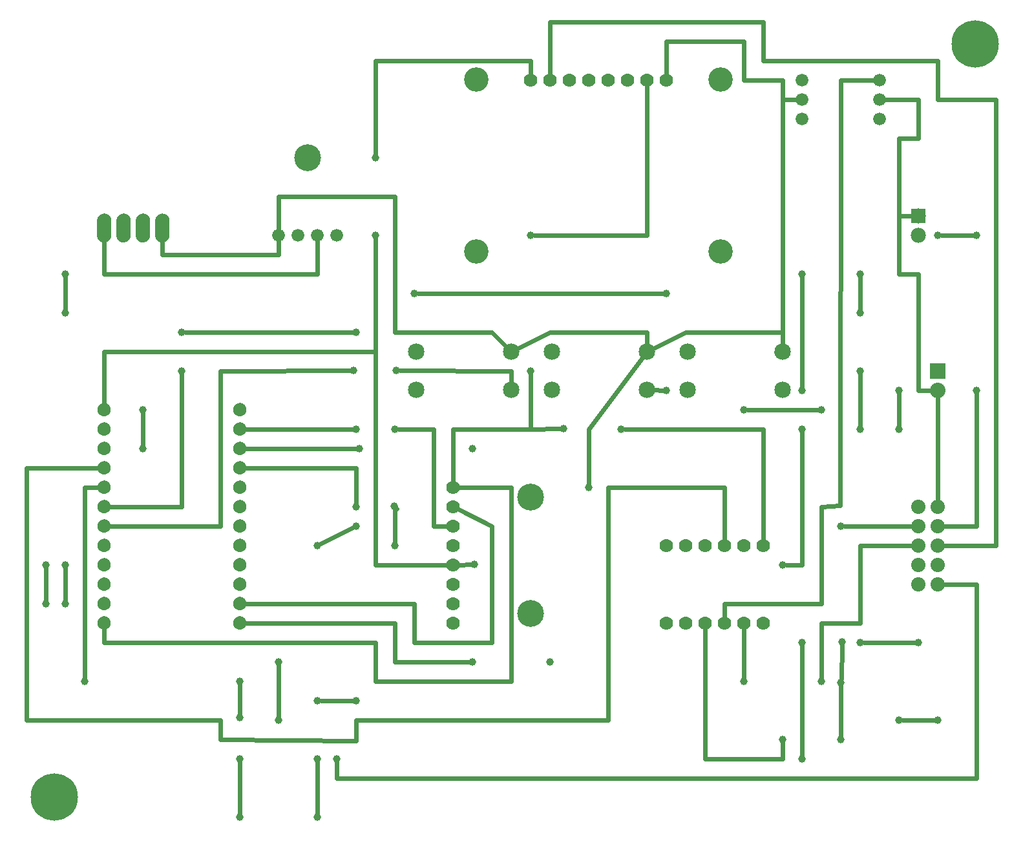
<source format=gbl>
G04 MADE WITH FRITZING*
G04 WWW.FRITZING.ORG*
G04 DOUBLE SIDED*
G04 HOLES PLATED*
G04 CONTOUR ON CENTER OF CONTOUR VECTOR*
%ASAXBY*%
%FSLAX23Y23*%
%MOIN*%
%OFA0B0*%
%SFA1.0B1.0*%
%ADD10C,0.244094*%
%ADD11C,0.039370*%
%ADD12C,0.074000*%
%ADD13C,0.138425*%
%ADD14C,0.066000*%
%ADD15C,0.080000*%
%ADD16C,0.073667*%
%ADD17C,0.070000*%
%ADD18C,0.068000*%
%ADD19C,0.085000*%
%ADD20C,0.078000*%
%ADD21C,0.125984*%
%ADD22R,0.080000X0.080000*%
%ADD23R,0.078000X0.078000*%
%ADD24C,0.024000*%
%ADD25R,0.001000X0.001000*%
%LNCOPPER0*%
G90*
G70*
G54D10*
X239Y234D03*
X4989Y4117D03*
G54D11*
X4297Y531D03*
X3997Y531D03*
X1797Y1631D03*
X1597Y1531D03*
X1197Y831D03*
X1197Y646D03*
X1197Y131D03*
X1197Y431D03*
X1997Y1531D03*
X197Y1431D03*
X197Y1231D03*
X4303Y1034D03*
X3797Y831D03*
X4797Y631D03*
X4597Y631D03*
G54D12*
X497Y3131D03*
X597Y3131D03*
X697Y3131D03*
X797Y3131D03*
G54D11*
X4097Y2331D03*
X4097Y2131D03*
X4997Y2331D03*
X4397Y2931D03*
X4097Y2931D03*
X4397Y2731D03*
X2405Y1435D03*
X3997Y1431D03*
X4197Y831D03*
X4297Y1631D03*
X4297Y826D03*
X1797Y731D03*
X1597Y731D03*
X1697Y431D03*
X1797Y2131D03*
X1997Y2131D03*
X1994Y1735D03*
X1797Y1731D03*
X2397Y2031D03*
X1812Y2031D03*
X4397Y2431D03*
X4397Y2131D03*
X4097Y431D03*
X4097Y1031D03*
X4597Y2131D03*
X4597Y2331D03*
X697Y2231D03*
X697Y2031D03*
X297Y2931D03*
X297Y2731D03*
X4197Y2231D03*
X3797Y2231D03*
X2997Y1831D03*
X2697Y3131D03*
X2697Y2431D03*
X2866Y2136D03*
X3162Y2131D03*
X1397Y931D03*
X1397Y631D03*
X1597Y431D03*
X1597Y131D03*
X4997Y3131D03*
X4797Y3131D03*
X397Y831D03*
X897Y2431D03*
X897Y2631D03*
X1797Y2631D03*
X2097Y2831D03*
X3397Y2831D03*
X3397Y2331D03*
X1897Y3531D03*
X1897Y3131D03*
X2397Y931D03*
X2797Y931D03*
X1784Y2436D03*
X2002Y2436D03*
X297Y1431D03*
X297Y1231D03*
X4397Y1031D03*
X4697Y1031D03*
G54D13*
X1547Y3531D03*
G54D14*
X1697Y3131D03*
X1597Y3131D03*
X1497Y3131D03*
X1397Y3131D03*
G54D15*
X4797Y2431D03*
X4797Y2331D03*
G54D16*
X4697Y1731D03*
X4797Y1731D03*
X4697Y1631D03*
X4797Y1631D03*
X4697Y1531D03*
X4797Y1531D03*
X4697Y1431D03*
X4797Y1431D03*
X4697Y1331D03*
X4797Y1331D03*
G54D17*
X3497Y1531D03*
X3597Y1531D03*
X3697Y1531D03*
X3797Y1531D03*
X3897Y1531D03*
X3397Y1131D03*
X3497Y1131D03*
X3597Y1131D03*
X3697Y1131D03*
X3797Y1131D03*
X3897Y1131D03*
X3397Y1531D03*
G54D18*
X497Y2031D03*
X497Y1931D03*
X497Y2131D03*
X497Y2231D03*
X497Y1831D03*
X497Y1731D03*
X497Y1631D03*
X497Y1531D03*
X497Y1431D03*
X497Y1331D03*
X497Y1231D03*
X497Y1131D03*
X1197Y1931D03*
X1197Y2031D03*
X1197Y2131D03*
X1197Y2231D03*
X1197Y1831D03*
X1197Y1731D03*
X1197Y1631D03*
X1197Y1531D03*
X1197Y1331D03*
X1197Y1431D03*
X1197Y1231D03*
X1197Y1131D03*
G54D19*
X3505Y2531D03*
X3505Y2334D03*
X3997Y2334D03*
X3997Y2531D03*
X2805Y2531D03*
X2805Y2334D03*
X3297Y2334D03*
X3297Y2531D03*
X2105Y2531D03*
X2105Y2334D03*
X2597Y2334D03*
X2597Y2531D03*
G54D14*
X4497Y3931D03*
X4497Y3831D03*
X4497Y3731D03*
X4097Y3731D03*
X4097Y3831D03*
X4097Y3931D03*
G54D20*
X4697Y3231D03*
X4697Y3131D03*
G54D17*
X2797Y3931D03*
X3397Y3931D03*
G54D21*
X2417Y3048D03*
G54D17*
X2897Y3931D03*
G54D21*
X2417Y3934D03*
G54D17*
X2997Y3931D03*
G54D21*
X3677Y3934D03*
G54D17*
X3097Y3931D03*
G54D21*
X3677Y3048D03*
G54D17*
X3197Y3931D03*
X3297Y3931D03*
X2697Y3931D03*
G54D13*
X2697Y1181D03*
G54D17*
X2297Y1131D03*
X2297Y1231D03*
X2297Y1331D03*
X2297Y1431D03*
G54D13*
X2697Y1781D03*
G54D17*
X2297Y1531D03*
X2297Y1631D03*
X2297Y1731D03*
X2297Y1831D03*
G54D22*
X4797Y2431D03*
G54D23*
X4697Y3231D03*
G54D24*
X1614Y1540D02*
X1780Y1623D01*
D02*
X1197Y665D02*
X1197Y812D01*
D02*
X1197Y150D02*
X1197Y412D01*
D02*
X4302Y1015D02*
X4298Y845D01*
D02*
X4616Y631D02*
X4778Y631D01*
D02*
X1397Y3031D02*
X797Y3031D01*
D02*
X797Y3031D02*
X797Y3098D01*
D02*
X1397Y3100D02*
X1397Y3031D01*
D02*
X497Y2931D02*
X497Y3098D01*
D02*
X1597Y2931D02*
X497Y2931D01*
D02*
X1597Y3100D02*
X1597Y2931D01*
D02*
X2386Y1434D02*
X2328Y1432D01*
D02*
X4097Y1431D02*
X4016Y1431D01*
D02*
X4097Y2112D02*
X4097Y1431D01*
D02*
X4829Y1631D02*
X4997Y1631D01*
D02*
X4997Y1631D02*
X4997Y2312D01*
D02*
X4097Y2350D02*
X4097Y2912D01*
D02*
X4397Y2750D02*
X4397Y2912D01*
D02*
X3597Y431D02*
X3597Y1100D01*
D02*
X4297Y807D02*
X4297Y550D01*
D02*
X3997Y431D02*
X3597Y431D01*
D02*
X3997Y512D02*
X3997Y431D01*
D02*
X4666Y1631D02*
X4316Y1631D01*
D02*
X3797Y850D02*
X3797Y1100D01*
D02*
X4397Y1131D02*
X4197Y1131D01*
D02*
X4397Y1531D02*
X4397Y1131D01*
D02*
X4666Y1531D02*
X4397Y1531D01*
D02*
X4197Y1131D02*
X4197Y850D01*
D02*
X1616Y731D02*
X1778Y731D01*
D02*
X1697Y412D02*
X1697Y331D01*
D02*
X4997Y331D02*
X4997Y1331D01*
D02*
X2197Y1631D02*
X2197Y2131D01*
D02*
X2197Y2131D02*
X2016Y2131D01*
D02*
X1778Y2131D02*
X1227Y2131D01*
D02*
X2267Y1631D02*
X2197Y1631D01*
D02*
X2007Y1722D02*
X1997Y1731D01*
D02*
X1997Y1731D02*
X1997Y1550D01*
D02*
X1797Y1931D02*
X1797Y1750D01*
D02*
X1227Y1931D02*
X1797Y1931D01*
D02*
X1793Y2031D02*
X1227Y2031D01*
D02*
X4397Y2150D02*
X4397Y2412D01*
D02*
X4597Y2312D02*
X4597Y2150D01*
D02*
X4597Y3231D02*
X4597Y3631D01*
D02*
X4697Y3831D02*
X4529Y3831D01*
D02*
X4667Y3231D02*
X4597Y3231D01*
D02*
X4097Y450D02*
X4097Y1012D01*
D02*
X697Y2212D02*
X697Y2050D01*
D02*
X297Y2912D02*
X297Y2750D01*
D02*
X3816Y2231D02*
X4178Y2231D01*
D02*
X2997Y2131D02*
X3277Y2503D01*
D02*
X2997Y1850D02*
X2997Y2131D01*
D02*
X3297Y3131D02*
X3297Y3900D01*
D02*
X2716Y3131D02*
X3297Y3131D01*
D02*
X2697Y2131D02*
X2697Y2412D01*
D02*
X2297Y2131D02*
X2697Y2131D01*
D02*
X2297Y1862D02*
X2297Y2131D01*
D02*
X3181Y2131D02*
X3897Y2131D01*
D02*
X3897Y2131D02*
X3897Y1562D01*
D02*
X2697Y2131D02*
X2847Y2135D01*
D02*
X2697Y2412D02*
X2697Y2131D01*
D02*
X1397Y912D02*
X1397Y650D01*
D02*
X1597Y412D02*
X1597Y150D01*
D02*
X4816Y3131D02*
X4978Y3131D01*
D02*
X3697Y1231D02*
X3697Y1162D01*
D02*
X4197Y1231D02*
X3697Y1231D01*
D02*
X4197Y1731D02*
X4197Y1231D01*
D02*
X4294Y1739D02*
X4197Y1731D01*
D02*
X4297Y3931D02*
X4294Y1739D01*
D02*
X4466Y3931D02*
X4297Y3931D01*
D02*
X3378Y2831D02*
X2116Y2831D01*
D02*
X1778Y2631D02*
X916Y2631D01*
D02*
X897Y2412D02*
X897Y1731D01*
D02*
X897Y1731D02*
X527Y1731D01*
D02*
X3332Y2333D02*
X3378Y2332D01*
D02*
X5097Y1531D02*
X4829Y1531D01*
D02*
X3897Y4031D02*
X4797Y4031D01*
D02*
X4797Y4031D02*
X4797Y3831D01*
D02*
X4797Y3831D02*
X5097Y3831D01*
D02*
X5097Y3831D02*
X5097Y1531D01*
D02*
X3897Y4231D02*
X3897Y4031D01*
D02*
X2797Y4231D02*
X3897Y4231D01*
D02*
X2797Y3962D02*
X2797Y4231D01*
D02*
X1897Y1431D02*
X1897Y3112D01*
D02*
X1897Y3550D02*
X1897Y4031D01*
D02*
X2697Y4031D02*
X2697Y3962D01*
D02*
X1897Y4031D02*
X2697Y4031D01*
D02*
X2267Y1431D02*
X1897Y1431D01*
D02*
X1797Y1131D02*
X1227Y1131D01*
D02*
X1997Y1131D02*
X1797Y1131D01*
D02*
X1997Y931D02*
X1997Y1131D01*
D02*
X2378Y931D02*
X1997Y931D01*
D02*
X1765Y2436D02*
X1097Y2431D01*
D02*
X2597Y2431D02*
X2021Y2436D01*
D02*
X1097Y2431D02*
X1097Y1631D01*
D02*
X1097Y1631D02*
X527Y1631D01*
D02*
X2597Y2369D02*
X2597Y2431D01*
D02*
X4678Y1031D02*
X4416Y1031D01*
D02*
X397Y1831D02*
X397Y850D01*
D02*
X468Y1831D02*
X397Y1831D01*
D02*
X1897Y1431D02*
X2267Y1431D01*
D02*
X1897Y2531D02*
X1897Y1431D01*
D02*
X497Y2531D02*
X1897Y2531D01*
D02*
X497Y2260D02*
X497Y2531D01*
D02*
X3697Y1831D02*
X3697Y1562D01*
D02*
X3097Y1831D02*
X3697Y1831D01*
D02*
X3097Y631D02*
X3097Y1831D01*
D02*
X1097Y631D02*
X1097Y531D01*
D02*
X1097Y531D02*
X1797Y526D01*
D02*
X97Y631D02*
X1097Y631D01*
D02*
X97Y1931D02*
X97Y631D01*
D02*
X468Y1931D02*
X97Y1931D01*
D02*
X2597Y1831D02*
X2328Y1831D01*
D02*
X2597Y831D02*
X2597Y1831D01*
D02*
X1897Y831D02*
X2597Y831D01*
D02*
X1897Y1031D02*
X1897Y831D01*
D02*
X497Y1031D02*
X1897Y1031D01*
D02*
X497Y1102D02*
X497Y1031D01*
D02*
X1297Y1231D02*
X1227Y1231D01*
D02*
X2097Y1231D02*
X1297Y1231D01*
D02*
X2097Y1031D02*
X2097Y1231D01*
D02*
X2497Y1031D02*
X2097Y1031D01*
D02*
X2497Y1631D02*
X2497Y1031D01*
D02*
X2325Y1718D02*
X2497Y1631D01*
D02*
X2497Y2631D02*
X2573Y2556D01*
D02*
X1997Y2631D02*
X2497Y2631D01*
D02*
X1997Y3331D02*
X1997Y2631D01*
D02*
X1397Y3331D02*
X1997Y3331D01*
D02*
X1397Y3162D02*
X1397Y3331D01*
D02*
X3297Y2631D02*
X3297Y2566D01*
D02*
X2797Y2631D02*
X3297Y2631D01*
D02*
X2628Y2547D02*
X2797Y2631D01*
D02*
X3797Y3931D02*
X3797Y4131D01*
D02*
X3797Y4131D02*
X3397Y4131D01*
D02*
X3397Y4131D02*
X3397Y3962D01*
D02*
X3997Y3931D02*
X3797Y3931D01*
D02*
X3997Y3831D02*
X3997Y3931D01*
D02*
X4066Y3831D02*
X3997Y3831D01*
D02*
X3997Y2531D02*
X3997Y3831D01*
D02*
X3997Y3831D02*
X4066Y3831D01*
D02*
X3963Y2529D02*
X3997Y2531D01*
D02*
X3997Y2631D02*
X3497Y2631D01*
D02*
X3497Y2631D02*
X3328Y2547D01*
D02*
X3997Y2566D02*
X3997Y2631D01*
D02*
X4797Y2300D02*
X4797Y1763D01*
D02*
X4697Y2331D02*
X4766Y2331D01*
D02*
X4597Y3231D02*
X4597Y2931D01*
D02*
X4667Y3231D02*
X4597Y3231D01*
D02*
X1697Y331D02*
X4997Y331D01*
D02*
X4997Y1331D02*
X4829Y1331D01*
D02*
X4697Y2931D02*
X4697Y2331D01*
D02*
X4597Y2931D02*
X4697Y2931D01*
D02*
X4697Y3631D02*
X4697Y3831D01*
D02*
X4597Y3631D02*
X4697Y3631D01*
D02*
X297Y1250D02*
X297Y1412D01*
D02*
X197Y1250D02*
X197Y1412D01*
D02*
X1797Y631D02*
X3097Y631D01*
D02*
X1797Y526D02*
X1797Y631D01*
G54D25*
X493Y3243D02*
X501Y3243D01*
X593Y3243D02*
X601Y3243D01*
X693Y3243D02*
X701Y3243D01*
X793Y3243D02*
X800Y3243D01*
X488Y3242D02*
X506Y3242D01*
X588Y3242D02*
X606Y3242D01*
X688Y3242D02*
X706Y3242D01*
X788Y3242D02*
X806Y3242D01*
X485Y3241D02*
X509Y3241D01*
X585Y3241D02*
X609Y3241D01*
X685Y3241D02*
X709Y3241D01*
X785Y3241D02*
X809Y3241D01*
X482Y3240D02*
X511Y3240D01*
X582Y3240D02*
X611Y3240D01*
X682Y3240D02*
X711Y3240D01*
X782Y3240D02*
X811Y3240D01*
X480Y3239D02*
X514Y3239D01*
X580Y3239D02*
X613Y3239D01*
X680Y3239D02*
X713Y3239D01*
X780Y3239D02*
X813Y3239D01*
X478Y3238D02*
X515Y3238D01*
X578Y3238D02*
X615Y3238D01*
X678Y3238D02*
X715Y3238D01*
X778Y3238D02*
X815Y3238D01*
X477Y3237D02*
X517Y3237D01*
X577Y3237D02*
X617Y3237D01*
X677Y3237D02*
X717Y3237D01*
X777Y3237D02*
X817Y3237D01*
X475Y3236D02*
X518Y3236D01*
X575Y3236D02*
X618Y3236D01*
X675Y3236D02*
X718Y3236D01*
X775Y3236D02*
X818Y3236D01*
X474Y3235D02*
X520Y3235D01*
X574Y3235D02*
X620Y3235D01*
X674Y3235D02*
X720Y3235D01*
X774Y3235D02*
X820Y3235D01*
X473Y3234D02*
X521Y3234D01*
X573Y3234D02*
X621Y3234D01*
X673Y3234D02*
X721Y3234D01*
X773Y3234D02*
X821Y3234D01*
X472Y3233D02*
X522Y3233D01*
X572Y3233D02*
X622Y3233D01*
X672Y3233D02*
X722Y3233D01*
X772Y3233D02*
X822Y3233D01*
X471Y3232D02*
X523Y3232D01*
X571Y3232D02*
X623Y3232D01*
X671Y3232D02*
X723Y3232D01*
X771Y3232D02*
X823Y3232D01*
X470Y3231D02*
X524Y3231D01*
X570Y3231D02*
X624Y3231D01*
X670Y3231D02*
X724Y3231D01*
X770Y3231D02*
X824Y3231D01*
X469Y3230D02*
X525Y3230D01*
X569Y3230D02*
X625Y3230D01*
X669Y3230D02*
X725Y3230D01*
X769Y3230D02*
X825Y3230D01*
X468Y3229D02*
X525Y3229D01*
X568Y3229D02*
X625Y3229D01*
X668Y3229D02*
X725Y3229D01*
X768Y3229D02*
X825Y3229D01*
X467Y3228D02*
X526Y3228D01*
X567Y3228D02*
X626Y3228D01*
X667Y3228D02*
X726Y3228D01*
X767Y3228D02*
X826Y3228D01*
X467Y3227D02*
X527Y3227D01*
X567Y3227D02*
X627Y3227D01*
X667Y3227D02*
X727Y3227D01*
X767Y3227D02*
X827Y3227D01*
X466Y3226D02*
X528Y3226D01*
X566Y3226D02*
X628Y3226D01*
X666Y3226D02*
X728Y3226D01*
X766Y3226D02*
X828Y3226D01*
X465Y3225D02*
X528Y3225D01*
X565Y3225D02*
X628Y3225D01*
X665Y3225D02*
X728Y3225D01*
X765Y3225D02*
X828Y3225D01*
X465Y3224D02*
X529Y3224D01*
X565Y3224D02*
X629Y3224D01*
X665Y3224D02*
X729Y3224D01*
X765Y3224D02*
X829Y3224D01*
X464Y3223D02*
X529Y3223D01*
X564Y3223D02*
X629Y3223D01*
X664Y3223D02*
X729Y3223D01*
X764Y3223D02*
X829Y3223D01*
X464Y3222D02*
X530Y3222D01*
X564Y3222D02*
X630Y3222D01*
X664Y3222D02*
X730Y3222D01*
X764Y3222D02*
X830Y3222D01*
X463Y3221D02*
X530Y3221D01*
X563Y3221D02*
X630Y3221D01*
X663Y3221D02*
X730Y3221D01*
X763Y3221D02*
X830Y3221D01*
X463Y3220D02*
X531Y3220D01*
X563Y3220D02*
X631Y3220D01*
X663Y3220D02*
X731Y3220D01*
X763Y3220D02*
X831Y3220D01*
X463Y3219D02*
X531Y3219D01*
X563Y3219D02*
X631Y3219D01*
X663Y3219D02*
X731Y3219D01*
X763Y3219D02*
X831Y3219D01*
X462Y3218D02*
X531Y3218D01*
X562Y3218D02*
X631Y3218D01*
X662Y3218D02*
X731Y3218D01*
X762Y3218D02*
X831Y3218D01*
X462Y3217D02*
X532Y3217D01*
X562Y3217D02*
X632Y3217D01*
X662Y3217D02*
X732Y3217D01*
X762Y3217D02*
X832Y3217D01*
X462Y3216D02*
X532Y3216D01*
X562Y3216D02*
X632Y3216D01*
X662Y3216D02*
X732Y3216D01*
X762Y3216D02*
X832Y3216D01*
X461Y3215D02*
X532Y3215D01*
X561Y3215D02*
X632Y3215D01*
X661Y3215D02*
X732Y3215D01*
X761Y3215D02*
X832Y3215D01*
X461Y3214D02*
X532Y3214D01*
X561Y3214D02*
X632Y3214D01*
X661Y3214D02*
X732Y3214D01*
X761Y3214D02*
X832Y3214D01*
X461Y3213D02*
X533Y3213D01*
X561Y3213D02*
X633Y3213D01*
X661Y3213D02*
X733Y3213D01*
X761Y3213D02*
X833Y3213D01*
X461Y3212D02*
X533Y3212D01*
X561Y3212D02*
X633Y3212D01*
X661Y3212D02*
X733Y3212D01*
X761Y3212D02*
X833Y3212D01*
X461Y3211D02*
X533Y3211D01*
X561Y3211D02*
X633Y3211D01*
X661Y3211D02*
X733Y3211D01*
X761Y3211D02*
X833Y3211D01*
X461Y3210D02*
X533Y3210D01*
X561Y3210D02*
X633Y3210D01*
X660Y3210D02*
X733Y3210D01*
X760Y3210D02*
X833Y3210D01*
X460Y3209D02*
X533Y3209D01*
X560Y3209D02*
X633Y3209D01*
X660Y3209D02*
X733Y3209D01*
X760Y3209D02*
X833Y3209D01*
X460Y3208D02*
X533Y3208D01*
X560Y3208D02*
X633Y3208D01*
X660Y3208D02*
X733Y3208D01*
X760Y3208D02*
X833Y3208D01*
X460Y3207D02*
X533Y3207D01*
X560Y3207D02*
X633Y3207D01*
X660Y3207D02*
X733Y3207D01*
X760Y3207D02*
X833Y3207D01*
X460Y3206D02*
X533Y3206D01*
X560Y3206D02*
X633Y3206D01*
X660Y3206D02*
X733Y3206D01*
X760Y3206D02*
X833Y3206D01*
X460Y3205D02*
X533Y3205D01*
X560Y3205D02*
X633Y3205D01*
X660Y3205D02*
X733Y3205D01*
X760Y3205D02*
X833Y3205D01*
X460Y3204D02*
X533Y3204D01*
X560Y3204D02*
X633Y3204D01*
X660Y3204D02*
X733Y3204D01*
X760Y3204D02*
X833Y3204D01*
X460Y3203D02*
X533Y3203D01*
X560Y3203D02*
X633Y3203D01*
X660Y3203D02*
X733Y3203D01*
X760Y3203D02*
X833Y3203D01*
X460Y3202D02*
X533Y3202D01*
X560Y3202D02*
X633Y3202D01*
X660Y3202D02*
X733Y3202D01*
X760Y3202D02*
X833Y3202D01*
X460Y3201D02*
X533Y3201D01*
X560Y3201D02*
X633Y3201D01*
X660Y3201D02*
X733Y3201D01*
X760Y3201D02*
X833Y3201D01*
X460Y3200D02*
X533Y3200D01*
X560Y3200D02*
X633Y3200D01*
X660Y3200D02*
X733Y3200D01*
X760Y3200D02*
X833Y3200D01*
X460Y3199D02*
X533Y3199D01*
X560Y3199D02*
X633Y3199D01*
X660Y3199D02*
X733Y3199D01*
X760Y3199D02*
X833Y3199D01*
X460Y3198D02*
X533Y3198D01*
X560Y3198D02*
X633Y3198D01*
X660Y3198D02*
X733Y3198D01*
X760Y3198D02*
X833Y3198D01*
X460Y3197D02*
X533Y3197D01*
X560Y3197D02*
X633Y3197D01*
X660Y3197D02*
X733Y3197D01*
X760Y3197D02*
X833Y3197D01*
X460Y3196D02*
X533Y3196D01*
X560Y3196D02*
X633Y3196D01*
X660Y3196D02*
X733Y3196D01*
X760Y3196D02*
X833Y3196D01*
X460Y3195D02*
X533Y3195D01*
X560Y3195D02*
X633Y3195D01*
X660Y3195D02*
X733Y3195D01*
X760Y3195D02*
X833Y3195D01*
X460Y3194D02*
X533Y3194D01*
X560Y3194D02*
X633Y3194D01*
X660Y3194D02*
X733Y3194D01*
X760Y3194D02*
X833Y3194D01*
X460Y3193D02*
X533Y3193D01*
X560Y3193D02*
X633Y3193D01*
X660Y3193D02*
X733Y3193D01*
X760Y3193D02*
X833Y3193D01*
X460Y3192D02*
X533Y3192D01*
X560Y3192D02*
X633Y3192D01*
X660Y3192D02*
X733Y3192D01*
X760Y3192D02*
X833Y3192D01*
X460Y3191D02*
X533Y3191D01*
X560Y3191D02*
X633Y3191D01*
X660Y3191D02*
X733Y3191D01*
X760Y3191D02*
X833Y3191D01*
X460Y3190D02*
X533Y3190D01*
X560Y3190D02*
X633Y3190D01*
X660Y3190D02*
X733Y3190D01*
X760Y3190D02*
X833Y3190D01*
X460Y3189D02*
X533Y3189D01*
X560Y3189D02*
X633Y3189D01*
X660Y3189D02*
X733Y3189D01*
X760Y3189D02*
X833Y3189D01*
X460Y3188D02*
X533Y3188D01*
X560Y3188D02*
X633Y3188D01*
X660Y3188D02*
X733Y3188D01*
X760Y3188D02*
X833Y3188D01*
X460Y3187D02*
X533Y3187D01*
X560Y3187D02*
X633Y3187D01*
X660Y3187D02*
X733Y3187D01*
X760Y3187D02*
X833Y3187D01*
X460Y3186D02*
X533Y3186D01*
X560Y3186D02*
X633Y3186D01*
X660Y3186D02*
X733Y3186D01*
X760Y3186D02*
X833Y3186D01*
X460Y3185D02*
X533Y3185D01*
X560Y3185D02*
X633Y3185D01*
X660Y3185D02*
X733Y3185D01*
X760Y3185D02*
X833Y3185D01*
X460Y3184D02*
X533Y3184D01*
X560Y3184D02*
X633Y3184D01*
X660Y3184D02*
X733Y3184D01*
X760Y3184D02*
X833Y3184D01*
X460Y3183D02*
X533Y3183D01*
X560Y3183D02*
X633Y3183D01*
X660Y3183D02*
X733Y3183D01*
X760Y3183D02*
X833Y3183D01*
X460Y3182D02*
X533Y3182D01*
X560Y3182D02*
X633Y3182D01*
X660Y3182D02*
X733Y3182D01*
X760Y3182D02*
X833Y3182D01*
X460Y3181D02*
X533Y3181D01*
X560Y3181D02*
X633Y3181D01*
X660Y3181D02*
X733Y3181D01*
X760Y3181D02*
X833Y3181D01*
X460Y3180D02*
X533Y3180D01*
X560Y3180D02*
X633Y3180D01*
X660Y3180D02*
X733Y3180D01*
X760Y3180D02*
X833Y3180D01*
X460Y3179D02*
X533Y3179D01*
X560Y3179D02*
X633Y3179D01*
X660Y3179D02*
X733Y3179D01*
X760Y3179D02*
X833Y3179D01*
X460Y3178D02*
X533Y3178D01*
X560Y3178D02*
X633Y3178D01*
X660Y3178D02*
X733Y3178D01*
X760Y3178D02*
X833Y3178D01*
X460Y3177D02*
X533Y3177D01*
X560Y3177D02*
X633Y3177D01*
X660Y3177D02*
X733Y3177D01*
X760Y3177D02*
X833Y3177D01*
X460Y3176D02*
X533Y3176D01*
X560Y3176D02*
X633Y3176D01*
X660Y3176D02*
X733Y3176D01*
X760Y3176D02*
X833Y3176D01*
X460Y3175D02*
X533Y3175D01*
X560Y3175D02*
X633Y3175D01*
X660Y3175D02*
X733Y3175D01*
X760Y3175D02*
X833Y3175D01*
X460Y3174D02*
X533Y3174D01*
X560Y3174D02*
X633Y3174D01*
X660Y3174D02*
X733Y3174D01*
X760Y3174D02*
X833Y3174D01*
X460Y3173D02*
X533Y3173D01*
X560Y3173D02*
X633Y3173D01*
X660Y3173D02*
X733Y3173D01*
X760Y3173D02*
X833Y3173D01*
X460Y3172D02*
X533Y3172D01*
X560Y3172D02*
X633Y3172D01*
X660Y3172D02*
X733Y3172D01*
X760Y3172D02*
X833Y3172D01*
X460Y3171D02*
X533Y3171D01*
X560Y3171D02*
X633Y3171D01*
X660Y3171D02*
X733Y3171D01*
X760Y3171D02*
X833Y3171D01*
X460Y3170D02*
X533Y3170D01*
X560Y3170D02*
X633Y3170D01*
X660Y3170D02*
X733Y3170D01*
X760Y3170D02*
X833Y3170D01*
X460Y3169D02*
X533Y3169D01*
X560Y3169D02*
X633Y3169D01*
X660Y3169D02*
X733Y3169D01*
X760Y3169D02*
X833Y3169D01*
X460Y3168D02*
X533Y3168D01*
X560Y3168D02*
X633Y3168D01*
X660Y3168D02*
X733Y3168D01*
X760Y3168D02*
X833Y3168D01*
X460Y3167D02*
X533Y3167D01*
X560Y3167D02*
X633Y3167D01*
X660Y3167D02*
X733Y3167D01*
X760Y3167D02*
X833Y3167D01*
X460Y3166D02*
X533Y3166D01*
X560Y3166D02*
X633Y3166D01*
X660Y3166D02*
X733Y3166D01*
X760Y3166D02*
X833Y3166D01*
X460Y3165D02*
X533Y3165D01*
X560Y3165D02*
X633Y3165D01*
X660Y3165D02*
X733Y3165D01*
X760Y3165D02*
X833Y3165D01*
X460Y3164D02*
X533Y3164D01*
X560Y3164D02*
X633Y3164D01*
X660Y3164D02*
X733Y3164D01*
X760Y3164D02*
X833Y3164D01*
X460Y3163D02*
X533Y3163D01*
X560Y3163D02*
X633Y3163D01*
X660Y3163D02*
X733Y3163D01*
X760Y3163D02*
X833Y3163D01*
X460Y3162D02*
X533Y3162D01*
X560Y3162D02*
X633Y3162D01*
X660Y3162D02*
X733Y3162D01*
X760Y3162D02*
X833Y3162D01*
X460Y3161D02*
X533Y3161D01*
X560Y3161D02*
X633Y3161D01*
X660Y3161D02*
X733Y3161D01*
X760Y3161D02*
X833Y3161D01*
X460Y3160D02*
X533Y3160D01*
X560Y3160D02*
X633Y3160D01*
X660Y3160D02*
X733Y3160D01*
X760Y3160D02*
X833Y3160D01*
X460Y3159D02*
X533Y3159D01*
X560Y3159D02*
X633Y3159D01*
X660Y3159D02*
X733Y3159D01*
X760Y3159D02*
X833Y3159D01*
X460Y3158D02*
X533Y3158D01*
X560Y3158D02*
X633Y3158D01*
X660Y3158D02*
X733Y3158D01*
X760Y3158D02*
X833Y3158D01*
X460Y3157D02*
X533Y3157D01*
X560Y3157D02*
X633Y3157D01*
X660Y3157D02*
X733Y3157D01*
X760Y3157D02*
X833Y3157D01*
X460Y3156D02*
X533Y3156D01*
X560Y3156D02*
X633Y3156D01*
X660Y3156D02*
X733Y3156D01*
X760Y3156D02*
X833Y3156D01*
X460Y3155D02*
X533Y3155D01*
X560Y3155D02*
X633Y3155D01*
X660Y3155D02*
X733Y3155D01*
X760Y3155D02*
X833Y3155D01*
X460Y3154D02*
X493Y3154D01*
X501Y3154D02*
X533Y3154D01*
X560Y3154D02*
X593Y3154D01*
X601Y3154D02*
X633Y3154D01*
X660Y3154D02*
X693Y3154D01*
X701Y3154D02*
X733Y3154D01*
X760Y3154D02*
X793Y3154D01*
X801Y3154D02*
X833Y3154D01*
X460Y3153D02*
X489Y3153D01*
X504Y3153D02*
X533Y3153D01*
X560Y3153D02*
X589Y3153D01*
X604Y3153D02*
X633Y3153D01*
X660Y3153D02*
X689Y3153D01*
X704Y3153D02*
X733Y3153D01*
X760Y3153D02*
X789Y3153D01*
X804Y3153D02*
X833Y3153D01*
X460Y3152D02*
X487Y3152D01*
X507Y3152D02*
X533Y3152D01*
X560Y3152D02*
X587Y3152D01*
X607Y3152D02*
X633Y3152D01*
X660Y3152D02*
X687Y3152D01*
X707Y3152D02*
X733Y3152D01*
X760Y3152D02*
X787Y3152D01*
X807Y3152D02*
X833Y3152D01*
X460Y3151D02*
X485Y3151D01*
X509Y3151D02*
X533Y3151D01*
X560Y3151D02*
X585Y3151D01*
X609Y3151D02*
X633Y3151D01*
X660Y3151D02*
X685Y3151D01*
X709Y3151D02*
X733Y3151D01*
X760Y3151D02*
X785Y3151D01*
X809Y3151D02*
X833Y3151D01*
X460Y3150D02*
X483Y3150D01*
X510Y3150D02*
X533Y3150D01*
X560Y3150D02*
X583Y3150D01*
X610Y3150D02*
X633Y3150D01*
X660Y3150D02*
X683Y3150D01*
X710Y3150D02*
X733Y3150D01*
X760Y3150D02*
X783Y3150D01*
X810Y3150D02*
X833Y3150D01*
X460Y3149D02*
X482Y3149D01*
X511Y3149D02*
X533Y3149D01*
X560Y3149D02*
X582Y3149D01*
X611Y3149D02*
X633Y3149D01*
X660Y3149D02*
X682Y3149D01*
X711Y3149D02*
X733Y3149D01*
X760Y3149D02*
X782Y3149D01*
X811Y3149D02*
X833Y3149D01*
X460Y3148D02*
X481Y3148D01*
X513Y3148D02*
X533Y3148D01*
X560Y3148D02*
X581Y3148D01*
X613Y3148D02*
X633Y3148D01*
X660Y3148D02*
X681Y3148D01*
X713Y3148D02*
X733Y3148D01*
X760Y3148D02*
X781Y3148D01*
X813Y3148D02*
X833Y3148D01*
X460Y3147D02*
X480Y3147D01*
X514Y3147D02*
X533Y3147D01*
X560Y3147D02*
X580Y3147D01*
X614Y3147D02*
X633Y3147D01*
X660Y3147D02*
X680Y3147D01*
X714Y3147D02*
X733Y3147D01*
X760Y3147D02*
X780Y3147D01*
X814Y3147D02*
X833Y3147D01*
X460Y3146D02*
X479Y3146D01*
X514Y3146D02*
X533Y3146D01*
X560Y3146D02*
X579Y3146D01*
X614Y3146D02*
X633Y3146D01*
X660Y3146D02*
X679Y3146D01*
X714Y3146D02*
X733Y3146D01*
X760Y3146D02*
X779Y3146D01*
X814Y3146D02*
X833Y3146D01*
X460Y3145D02*
X478Y3145D01*
X515Y3145D02*
X533Y3145D01*
X560Y3145D02*
X578Y3145D01*
X615Y3145D02*
X633Y3145D01*
X660Y3145D02*
X678Y3145D01*
X715Y3145D02*
X733Y3145D01*
X760Y3145D02*
X778Y3145D01*
X815Y3145D02*
X833Y3145D01*
X460Y3144D02*
X478Y3144D01*
X516Y3144D02*
X533Y3144D01*
X560Y3144D02*
X578Y3144D01*
X616Y3144D02*
X633Y3144D01*
X660Y3144D02*
X678Y3144D01*
X716Y3144D02*
X733Y3144D01*
X760Y3144D02*
X778Y3144D01*
X816Y3144D02*
X833Y3144D01*
X460Y3143D02*
X477Y3143D01*
X516Y3143D02*
X533Y3143D01*
X560Y3143D02*
X577Y3143D01*
X616Y3143D02*
X633Y3143D01*
X660Y3143D02*
X677Y3143D01*
X716Y3143D02*
X733Y3143D01*
X760Y3143D02*
X777Y3143D01*
X816Y3143D02*
X833Y3143D01*
X460Y3142D02*
X477Y3142D01*
X517Y3142D02*
X533Y3142D01*
X560Y3142D02*
X577Y3142D01*
X617Y3142D02*
X633Y3142D01*
X660Y3142D02*
X677Y3142D01*
X717Y3142D02*
X733Y3142D01*
X760Y3142D02*
X777Y3142D01*
X817Y3142D02*
X833Y3142D01*
X460Y3141D02*
X476Y3141D01*
X517Y3141D02*
X533Y3141D01*
X560Y3141D02*
X576Y3141D01*
X617Y3141D02*
X633Y3141D01*
X660Y3141D02*
X676Y3141D01*
X717Y3141D02*
X733Y3141D01*
X760Y3141D02*
X776Y3141D01*
X817Y3141D02*
X833Y3141D01*
X460Y3140D02*
X476Y3140D01*
X518Y3140D02*
X533Y3140D01*
X560Y3140D02*
X576Y3140D01*
X618Y3140D02*
X633Y3140D01*
X660Y3140D02*
X676Y3140D01*
X718Y3140D02*
X733Y3140D01*
X760Y3140D02*
X776Y3140D01*
X818Y3140D02*
X833Y3140D01*
X460Y3139D02*
X475Y3139D01*
X518Y3139D02*
X533Y3139D01*
X560Y3139D02*
X575Y3139D01*
X618Y3139D02*
X633Y3139D01*
X660Y3139D02*
X675Y3139D01*
X718Y3139D02*
X733Y3139D01*
X760Y3139D02*
X775Y3139D01*
X818Y3139D02*
X833Y3139D01*
X460Y3138D02*
X475Y3138D01*
X518Y3138D02*
X533Y3138D01*
X560Y3138D02*
X575Y3138D01*
X618Y3138D02*
X633Y3138D01*
X660Y3138D02*
X675Y3138D01*
X718Y3138D02*
X733Y3138D01*
X760Y3138D02*
X775Y3138D01*
X818Y3138D02*
X833Y3138D01*
X460Y3137D02*
X475Y3137D01*
X519Y3137D02*
X533Y3137D01*
X560Y3137D02*
X575Y3137D01*
X619Y3137D02*
X633Y3137D01*
X660Y3137D02*
X675Y3137D01*
X719Y3137D02*
X733Y3137D01*
X760Y3137D02*
X775Y3137D01*
X819Y3137D02*
X833Y3137D01*
X460Y3136D02*
X475Y3136D01*
X519Y3136D02*
X533Y3136D01*
X560Y3136D02*
X575Y3136D01*
X619Y3136D02*
X633Y3136D01*
X660Y3136D02*
X675Y3136D01*
X719Y3136D02*
X733Y3136D01*
X760Y3136D02*
X775Y3136D01*
X819Y3136D02*
X833Y3136D01*
X460Y3135D02*
X475Y3135D01*
X519Y3135D02*
X533Y3135D01*
X560Y3135D02*
X574Y3135D01*
X619Y3135D02*
X633Y3135D01*
X660Y3135D02*
X674Y3135D01*
X719Y3135D02*
X733Y3135D01*
X760Y3135D02*
X774Y3135D01*
X819Y3135D02*
X833Y3135D01*
X460Y3134D02*
X474Y3134D01*
X519Y3134D02*
X533Y3134D01*
X560Y3134D02*
X574Y3134D01*
X619Y3134D02*
X633Y3134D01*
X660Y3134D02*
X674Y3134D01*
X719Y3134D02*
X733Y3134D01*
X760Y3134D02*
X774Y3134D01*
X819Y3134D02*
X833Y3134D01*
X460Y3133D02*
X474Y3133D01*
X519Y3133D02*
X533Y3133D01*
X560Y3133D02*
X574Y3133D01*
X619Y3133D02*
X633Y3133D01*
X660Y3133D02*
X674Y3133D01*
X719Y3133D02*
X733Y3133D01*
X760Y3133D02*
X774Y3133D01*
X819Y3133D02*
X833Y3133D01*
X460Y3132D02*
X474Y3132D01*
X519Y3132D02*
X533Y3132D01*
X560Y3132D02*
X574Y3132D01*
X619Y3132D02*
X633Y3132D01*
X660Y3132D02*
X674Y3132D01*
X719Y3132D02*
X733Y3132D01*
X760Y3132D02*
X774Y3132D01*
X819Y3132D02*
X833Y3132D01*
X460Y3131D02*
X474Y3131D01*
X519Y3131D02*
X533Y3131D01*
X560Y3131D02*
X574Y3131D01*
X619Y3131D02*
X633Y3131D01*
X660Y3131D02*
X674Y3131D01*
X719Y3131D02*
X733Y3131D01*
X760Y3131D02*
X774Y3131D01*
X819Y3131D02*
X833Y3131D01*
X460Y3130D02*
X474Y3130D01*
X519Y3130D02*
X533Y3130D01*
X560Y3130D02*
X574Y3130D01*
X619Y3130D02*
X633Y3130D01*
X660Y3130D02*
X674Y3130D01*
X719Y3130D02*
X733Y3130D01*
X760Y3130D02*
X774Y3130D01*
X819Y3130D02*
X833Y3130D01*
X460Y3129D02*
X475Y3129D01*
X519Y3129D02*
X533Y3129D01*
X560Y3129D02*
X575Y3129D01*
X619Y3129D02*
X633Y3129D01*
X660Y3129D02*
X675Y3129D01*
X719Y3129D02*
X733Y3129D01*
X760Y3129D02*
X775Y3129D01*
X819Y3129D02*
X833Y3129D01*
X461Y3128D02*
X475Y3128D01*
X519Y3128D02*
X533Y3128D01*
X561Y3128D02*
X575Y3128D01*
X619Y3128D02*
X633Y3128D01*
X661Y3128D02*
X675Y3128D01*
X719Y3128D02*
X733Y3128D01*
X761Y3128D02*
X775Y3128D01*
X819Y3128D02*
X833Y3128D01*
X461Y3127D02*
X475Y3127D01*
X519Y3127D02*
X533Y3127D01*
X561Y3127D02*
X575Y3127D01*
X619Y3127D02*
X633Y3127D01*
X661Y3127D02*
X675Y3127D01*
X719Y3127D02*
X733Y3127D01*
X761Y3127D02*
X775Y3127D01*
X819Y3127D02*
X833Y3127D01*
X461Y3126D02*
X475Y3126D01*
X518Y3126D02*
X533Y3126D01*
X561Y3126D02*
X575Y3126D01*
X618Y3126D02*
X633Y3126D01*
X661Y3126D02*
X675Y3126D01*
X718Y3126D02*
X733Y3126D01*
X761Y3126D02*
X775Y3126D01*
X818Y3126D02*
X833Y3126D01*
X461Y3125D02*
X476Y3125D01*
X518Y3125D02*
X533Y3125D01*
X561Y3125D02*
X576Y3125D01*
X618Y3125D02*
X633Y3125D01*
X661Y3125D02*
X676Y3125D01*
X718Y3125D02*
X733Y3125D01*
X761Y3125D02*
X776Y3125D01*
X818Y3125D02*
X833Y3125D01*
X461Y3124D02*
X476Y3124D01*
X518Y3124D02*
X532Y3124D01*
X561Y3124D02*
X576Y3124D01*
X618Y3124D02*
X632Y3124D01*
X661Y3124D02*
X676Y3124D01*
X718Y3124D02*
X732Y3124D01*
X761Y3124D02*
X776Y3124D01*
X818Y3124D02*
X832Y3124D01*
X462Y3123D02*
X476Y3123D01*
X517Y3123D02*
X532Y3123D01*
X562Y3123D02*
X576Y3123D01*
X617Y3123D02*
X632Y3123D01*
X662Y3123D02*
X676Y3123D01*
X717Y3123D02*
X732Y3123D01*
X761Y3123D02*
X776Y3123D01*
X817Y3123D02*
X832Y3123D01*
X462Y3122D02*
X477Y3122D01*
X517Y3122D02*
X532Y3122D01*
X562Y3122D02*
X577Y3122D01*
X617Y3122D02*
X632Y3122D01*
X662Y3122D02*
X677Y3122D01*
X717Y3122D02*
X732Y3122D01*
X762Y3122D02*
X777Y3122D01*
X817Y3122D02*
X832Y3122D01*
X462Y3121D02*
X478Y3121D01*
X516Y3121D02*
X532Y3121D01*
X562Y3121D02*
X578Y3121D01*
X616Y3121D02*
X632Y3121D01*
X662Y3121D02*
X677Y3121D01*
X716Y3121D02*
X732Y3121D01*
X762Y3121D02*
X777Y3121D01*
X816Y3121D02*
X831Y3121D01*
X462Y3120D02*
X478Y3120D01*
X516Y3120D02*
X531Y3120D01*
X562Y3120D02*
X578Y3120D01*
X616Y3120D02*
X631Y3120D01*
X662Y3120D02*
X678Y3120D01*
X716Y3120D02*
X731Y3120D01*
X762Y3120D02*
X778Y3120D01*
X815Y3120D02*
X831Y3120D01*
X463Y3119D02*
X479Y3119D01*
X515Y3119D02*
X531Y3119D01*
X563Y3119D02*
X579Y3119D01*
X615Y3119D02*
X631Y3119D01*
X663Y3119D02*
X679Y3119D01*
X715Y3119D02*
X731Y3119D01*
X763Y3119D02*
X779Y3119D01*
X815Y3119D02*
X831Y3119D01*
X463Y3118D02*
X480Y3118D01*
X514Y3118D02*
X530Y3118D01*
X563Y3118D02*
X580Y3118D01*
X614Y3118D02*
X630Y3118D01*
X663Y3118D02*
X680Y3118D01*
X714Y3118D02*
X730Y3118D01*
X763Y3118D02*
X780Y3118D01*
X814Y3118D02*
X830Y3118D01*
X464Y3117D02*
X481Y3117D01*
X513Y3117D02*
X530Y3117D01*
X564Y3117D02*
X581Y3117D01*
X613Y3117D02*
X630Y3117D01*
X664Y3117D02*
X681Y3117D01*
X713Y3117D02*
X730Y3117D01*
X764Y3117D02*
X780Y3117D01*
X813Y3117D02*
X830Y3117D01*
X464Y3116D02*
X482Y3116D01*
X512Y3116D02*
X530Y3116D01*
X564Y3116D02*
X582Y3116D01*
X612Y3116D02*
X629Y3116D01*
X664Y3116D02*
X682Y3116D01*
X712Y3116D02*
X729Y3116D01*
X764Y3116D02*
X782Y3116D01*
X812Y3116D02*
X829Y3116D01*
X465Y3115D02*
X483Y3115D01*
X511Y3115D02*
X529Y3115D01*
X565Y3115D02*
X583Y3115D01*
X611Y3115D02*
X629Y3115D01*
X665Y3115D02*
X683Y3115D01*
X711Y3115D02*
X729Y3115D01*
X765Y3115D02*
X783Y3115D01*
X811Y3115D02*
X829Y3115D01*
X465Y3114D02*
X484Y3114D01*
X510Y3114D02*
X528Y3114D01*
X565Y3114D02*
X584Y3114D01*
X609Y3114D02*
X628Y3114D01*
X665Y3114D02*
X684Y3114D01*
X709Y3114D02*
X728Y3114D01*
X765Y3114D02*
X784Y3114D01*
X809Y3114D02*
X828Y3114D01*
X466Y3113D02*
X486Y3113D01*
X508Y3113D02*
X528Y3113D01*
X566Y3113D02*
X586Y3113D01*
X608Y3113D02*
X628Y3113D01*
X666Y3113D02*
X686Y3113D01*
X708Y3113D02*
X728Y3113D01*
X766Y3113D02*
X786Y3113D01*
X808Y3113D02*
X828Y3113D01*
X466Y3112D02*
X488Y3112D01*
X506Y3112D02*
X527Y3112D01*
X566Y3112D02*
X588Y3112D01*
X606Y3112D02*
X627Y3112D01*
X666Y3112D02*
X688Y3112D01*
X706Y3112D02*
X727Y3112D01*
X766Y3112D02*
X788Y3112D01*
X806Y3112D02*
X827Y3112D01*
X467Y3111D02*
X491Y3111D01*
X503Y3111D02*
X527Y3111D01*
X567Y3111D02*
X591Y3111D01*
X603Y3111D02*
X627Y3111D01*
X667Y3111D02*
X691Y3111D01*
X703Y3111D02*
X727Y3111D01*
X767Y3111D02*
X791Y3111D01*
X803Y3111D02*
X827Y3111D01*
X468Y3110D02*
X526Y3110D01*
X568Y3110D02*
X626Y3110D01*
X668Y3110D02*
X726Y3110D01*
X768Y3110D02*
X826Y3110D01*
X469Y3109D02*
X525Y3109D01*
X569Y3109D02*
X625Y3109D01*
X669Y3109D02*
X725Y3109D01*
X769Y3109D02*
X825Y3109D01*
X469Y3108D02*
X524Y3108D01*
X569Y3108D02*
X624Y3108D01*
X669Y3108D02*
X724Y3108D01*
X769Y3108D02*
X824Y3108D01*
X470Y3107D02*
X523Y3107D01*
X570Y3107D02*
X623Y3107D01*
X670Y3107D02*
X723Y3107D01*
X770Y3107D02*
X823Y3107D01*
X471Y3106D02*
X522Y3106D01*
X571Y3106D02*
X622Y3106D01*
X671Y3106D02*
X722Y3106D01*
X771Y3106D02*
X822Y3106D01*
X472Y3105D02*
X521Y3105D01*
X572Y3105D02*
X621Y3105D01*
X672Y3105D02*
X721Y3105D01*
X772Y3105D02*
X821Y3105D01*
X473Y3104D02*
X520Y3104D01*
X573Y3104D02*
X620Y3104D01*
X673Y3104D02*
X720Y3104D01*
X773Y3104D02*
X820Y3104D01*
X475Y3103D02*
X519Y3103D01*
X575Y3103D02*
X619Y3103D01*
X675Y3103D02*
X719Y3103D01*
X775Y3103D02*
X819Y3103D01*
X476Y3102D02*
X518Y3102D01*
X576Y3102D02*
X618Y3102D01*
X676Y3102D02*
X718Y3102D01*
X776Y3102D02*
X817Y3102D01*
X478Y3101D02*
X516Y3101D01*
X578Y3101D02*
X616Y3101D01*
X678Y3101D02*
X716Y3101D01*
X778Y3101D02*
X816Y3101D01*
X479Y3100D02*
X514Y3100D01*
X579Y3100D02*
X614Y3100D01*
X679Y3100D02*
X714Y3100D01*
X779Y3100D02*
X814Y3100D01*
X481Y3099D02*
X512Y3099D01*
X581Y3099D02*
X612Y3099D01*
X681Y3099D02*
X712Y3099D01*
X781Y3099D02*
X812Y3099D01*
X483Y3098D02*
X510Y3098D01*
X583Y3098D02*
X610Y3098D01*
X683Y3098D02*
X710Y3098D01*
X783Y3098D02*
X810Y3098D01*
X486Y3097D02*
X507Y3097D01*
X586Y3097D02*
X607Y3097D01*
X686Y3097D02*
X707Y3097D01*
X786Y3097D02*
X807Y3097D01*
X490Y3096D02*
X504Y3096D01*
X590Y3096D02*
X604Y3096D01*
X690Y3096D02*
X704Y3096D01*
X790Y3096D02*
X804Y3096D01*
X492Y2266D02*
X501Y2266D01*
X1192Y2266D02*
X1201Y2266D01*
X488Y2265D02*
X506Y2265D01*
X1188Y2265D02*
X1205Y2265D01*
X485Y2264D02*
X509Y2264D01*
X1185Y2264D02*
X1208Y2264D01*
X482Y2263D02*
X511Y2263D01*
X1182Y2263D02*
X1211Y2263D01*
X480Y2262D02*
X513Y2262D01*
X1180Y2262D02*
X1213Y2262D01*
X479Y2261D02*
X515Y2261D01*
X1178Y2261D02*
X1214Y2261D01*
X477Y2260D02*
X516Y2260D01*
X1177Y2260D02*
X1216Y2260D01*
X476Y2259D02*
X518Y2259D01*
X1176Y2259D02*
X1217Y2259D01*
X475Y2258D02*
X519Y2258D01*
X1174Y2258D02*
X1219Y2258D01*
X473Y2257D02*
X520Y2257D01*
X1173Y2257D02*
X1220Y2257D01*
X472Y2256D02*
X521Y2256D01*
X1172Y2256D02*
X1221Y2256D01*
X472Y2255D02*
X522Y2255D01*
X1171Y2255D02*
X1222Y2255D01*
X471Y2254D02*
X523Y2254D01*
X1171Y2254D02*
X1222Y2254D01*
X470Y2253D02*
X523Y2253D01*
X1170Y2253D02*
X1223Y2253D01*
X469Y2252D02*
X524Y2252D01*
X1169Y2252D02*
X1224Y2252D01*
X469Y2251D02*
X525Y2251D01*
X1169Y2251D02*
X1225Y2251D01*
X468Y2250D02*
X492Y2250D01*
X501Y2250D02*
X525Y2250D01*
X1168Y2250D02*
X1192Y2250D01*
X1201Y2250D02*
X1225Y2250D01*
X468Y2249D02*
X489Y2249D01*
X505Y2249D02*
X526Y2249D01*
X1167Y2249D02*
X1188Y2249D01*
X1205Y2249D02*
X1226Y2249D01*
X467Y2248D02*
X487Y2248D01*
X507Y2248D02*
X526Y2248D01*
X1167Y2248D02*
X1187Y2248D01*
X1206Y2248D02*
X1226Y2248D01*
X467Y2247D02*
X485Y2247D01*
X508Y2247D02*
X527Y2247D01*
X1166Y2247D02*
X1185Y2247D01*
X1208Y2247D02*
X1227Y2247D01*
X466Y2246D02*
X484Y2246D01*
X509Y2246D02*
X527Y2246D01*
X1166Y2246D02*
X1184Y2246D01*
X1209Y2246D02*
X1227Y2246D01*
X466Y2245D02*
X483Y2245D01*
X510Y2245D02*
X528Y2245D01*
X1166Y2245D02*
X1183Y2245D01*
X1210Y2245D02*
X1228Y2245D01*
X465Y2244D02*
X482Y2244D01*
X511Y2244D02*
X528Y2244D01*
X1165Y2244D02*
X1182Y2244D01*
X1211Y2244D02*
X1228Y2244D01*
X465Y2243D02*
X481Y2243D01*
X512Y2243D02*
X529Y2243D01*
X1165Y2243D02*
X1181Y2243D01*
X1212Y2243D02*
X1228Y2243D01*
X465Y2242D02*
X481Y2242D01*
X513Y2242D02*
X529Y2242D01*
X1165Y2242D02*
X1181Y2242D01*
X1213Y2242D02*
X1229Y2242D01*
X464Y2241D02*
X480Y2241D01*
X513Y2241D02*
X529Y2241D01*
X1164Y2241D02*
X1180Y2241D01*
X1213Y2241D02*
X1229Y2241D01*
X464Y2240D02*
X480Y2240D01*
X514Y2240D02*
X529Y2240D01*
X1164Y2240D02*
X1180Y2240D01*
X1214Y2240D02*
X1229Y2240D01*
X464Y2239D02*
X479Y2239D01*
X514Y2239D02*
X530Y2239D01*
X1164Y2239D02*
X1179Y2239D01*
X1214Y2239D02*
X1229Y2239D01*
X464Y2238D02*
X479Y2238D01*
X515Y2238D02*
X530Y2238D01*
X1164Y2238D02*
X1179Y2238D01*
X1214Y2238D02*
X1230Y2238D01*
X464Y2237D02*
X479Y2237D01*
X515Y2237D02*
X530Y2237D01*
X1164Y2237D02*
X1179Y2237D01*
X1215Y2237D02*
X1230Y2237D01*
X464Y2236D02*
X479Y2236D01*
X515Y2236D02*
X530Y2236D01*
X1163Y2236D02*
X1178Y2236D01*
X1215Y2236D02*
X1230Y2236D01*
X463Y2235D02*
X479Y2235D01*
X515Y2235D02*
X530Y2235D01*
X1163Y2235D02*
X1178Y2235D01*
X1215Y2235D02*
X1230Y2235D01*
X463Y2234D02*
X478Y2234D01*
X515Y2234D02*
X530Y2234D01*
X1163Y2234D02*
X1178Y2234D01*
X1215Y2234D02*
X1230Y2234D01*
X463Y2233D02*
X478Y2233D01*
X515Y2233D02*
X530Y2233D01*
X1163Y2233D02*
X1178Y2233D01*
X1215Y2233D02*
X1230Y2233D01*
X463Y2232D02*
X478Y2232D01*
X515Y2232D02*
X530Y2232D01*
X1163Y2232D02*
X1178Y2232D01*
X1215Y2232D02*
X1230Y2232D01*
X463Y2231D02*
X478Y2231D01*
X515Y2231D02*
X530Y2231D01*
X1163Y2231D02*
X1178Y2231D01*
X1215Y2231D02*
X1230Y2231D01*
X463Y2230D02*
X479Y2230D01*
X515Y2230D02*
X530Y2230D01*
X1163Y2230D02*
X1178Y2230D01*
X1215Y2230D02*
X1230Y2230D01*
X464Y2229D02*
X479Y2229D01*
X515Y2229D02*
X530Y2229D01*
X1163Y2229D02*
X1178Y2229D01*
X1215Y2229D02*
X1230Y2229D01*
X464Y2228D02*
X479Y2228D01*
X515Y2228D02*
X530Y2228D01*
X1164Y2228D02*
X1179Y2228D01*
X1215Y2228D02*
X1230Y2228D01*
X464Y2227D02*
X479Y2227D01*
X514Y2227D02*
X530Y2227D01*
X1164Y2227D02*
X1179Y2227D01*
X1214Y2227D02*
X1230Y2227D01*
X464Y2226D02*
X479Y2226D01*
X514Y2226D02*
X530Y2226D01*
X1164Y2226D02*
X1179Y2226D01*
X1214Y2226D02*
X1229Y2226D01*
X464Y2225D02*
X480Y2225D01*
X514Y2225D02*
X529Y2225D01*
X1164Y2225D02*
X1180Y2225D01*
X1214Y2225D02*
X1229Y2225D01*
X465Y2224D02*
X480Y2224D01*
X513Y2224D02*
X529Y2224D01*
X1164Y2224D02*
X1180Y2224D01*
X1213Y2224D02*
X1229Y2224D01*
X465Y2223D02*
X481Y2223D01*
X513Y2223D02*
X529Y2223D01*
X1165Y2223D02*
X1181Y2223D01*
X1212Y2223D02*
X1229Y2223D01*
X465Y2222D02*
X482Y2222D01*
X512Y2222D02*
X528Y2222D01*
X1165Y2222D02*
X1181Y2222D01*
X1212Y2222D02*
X1228Y2222D01*
X465Y2221D02*
X482Y2221D01*
X511Y2221D02*
X528Y2221D01*
X1165Y2221D02*
X1182Y2221D01*
X1211Y2221D02*
X1228Y2221D01*
X466Y2220D02*
X483Y2220D01*
X510Y2220D02*
X528Y2220D01*
X1166Y2220D02*
X1183Y2220D01*
X1210Y2220D02*
X1228Y2220D01*
X466Y2219D02*
X484Y2219D01*
X509Y2219D02*
X527Y2219D01*
X1166Y2219D02*
X1184Y2219D01*
X1209Y2219D02*
X1227Y2219D01*
X467Y2218D02*
X485Y2218D01*
X508Y2218D02*
X527Y2218D01*
X1167Y2218D02*
X1185Y2218D01*
X1208Y2218D02*
X1227Y2218D01*
X467Y2217D02*
X487Y2217D01*
X506Y2217D02*
X526Y2217D01*
X1167Y2217D02*
X1187Y2217D01*
X1206Y2217D02*
X1226Y2217D01*
X468Y2216D02*
X489Y2216D01*
X505Y2216D02*
X526Y2216D01*
X1168Y2216D02*
X1188Y2216D01*
X1205Y2216D02*
X1226Y2216D01*
X468Y2215D02*
X491Y2215D01*
X502Y2215D02*
X525Y2215D01*
X1168Y2215D02*
X1191Y2215D01*
X1202Y2215D02*
X1225Y2215D01*
X469Y2214D02*
X525Y2214D01*
X1169Y2214D02*
X1224Y2214D01*
X469Y2213D02*
X524Y2213D01*
X1169Y2213D02*
X1224Y2213D01*
X470Y2212D02*
X523Y2212D01*
X1170Y2212D02*
X1223Y2212D01*
X471Y2211D02*
X522Y2211D01*
X1171Y2211D02*
X1222Y2211D01*
X472Y2210D02*
X522Y2210D01*
X1172Y2210D02*
X1221Y2210D01*
X473Y2209D02*
X521Y2209D01*
X1172Y2209D02*
X1221Y2209D01*
X474Y2208D02*
X520Y2208D01*
X1173Y2208D02*
X1220Y2208D01*
X475Y2207D02*
X519Y2207D01*
X1175Y2207D02*
X1218Y2207D01*
X476Y2206D02*
X517Y2206D01*
X1176Y2206D02*
X1217Y2206D01*
X477Y2205D02*
X516Y2205D01*
X1177Y2205D02*
X1216Y2205D01*
X479Y2204D02*
X514Y2204D01*
X1179Y2204D02*
X1214Y2204D01*
X480Y2203D02*
X513Y2203D01*
X1180Y2203D02*
X1213Y2203D01*
X482Y2202D02*
X511Y2202D01*
X1182Y2202D02*
X1211Y2202D01*
X485Y2201D02*
X509Y2201D01*
X1185Y2201D02*
X1208Y2201D01*
X487Y2200D02*
X506Y2200D01*
X1187Y2200D02*
X1206Y2200D01*
X492Y2199D02*
X502Y2199D01*
X1191Y2199D02*
X1202Y2199D01*
X492Y2166D02*
X501Y2166D01*
X1192Y2166D02*
X1201Y2166D01*
X488Y2165D02*
X506Y2165D01*
X1188Y2165D02*
X1206Y2165D01*
X485Y2164D02*
X509Y2164D01*
X1185Y2164D02*
X1208Y2164D01*
X482Y2163D02*
X511Y2163D01*
X1182Y2163D02*
X1211Y2163D01*
X480Y2162D02*
X513Y2162D01*
X1180Y2162D02*
X1213Y2162D01*
X479Y2161D02*
X515Y2161D01*
X1178Y2161D02*
X1215Y2161D01*
X477Y2160D02*
X516Y2160D01*
X1177Y2160D02*
X1216Y2160D01*
X476Y2159D02*
X518Y2159D01*
X1176Y2159D02*
X1217Y2159D01*
X474Y2158D02*
X519Y2158D01*
X1174Y2158D02*
X1219Y2158D01*
X473Y2157D02*
X520Y2157D01*
X1173Y2157D02*
X1220Y2157D01*
X472Y2156D02*
X521Y2156D01*
X1172Y2156D02*
X1221Y2156D01*
X472Y2155D02*
X522Y2155D01*
X1171Y2155D02*
X1222Y2155D01*
X471Y2154D02*
X523Y2154D01*
X1171Y2154D02*
X1223Y2154D01*
X470Y2153D02*
X523Y2153D01*
X1170Y2153D02*
X1223Y2153D01*
X469Y2152D02*
X524Y2152D01*
X1169Y2152D02*
X1224Y2152D01*
X469Y2151D02*
X525Y2151D01*
X1169Y2151D02*
X1225Y2151D01*
X468Y2150D02*
X492Y2150D01*
X501Y2150D02*
X525Y2150D01*
X1168Y2150D02*
X1192Y2150D01*
X1201Y2150D02*
X1225Y2150D01*
X468Y2149D02*
X489Y2149D01*
X505Y2149D02*
X526Y2149D01*
X1167Y2149D02*
X1188Y2149D01*
X1205Y2149D02*
X1226Y2149D01*
X467Y2148D02*
X487Y2148D01*
X507Y2148D02*
X526Y2148D01*
X1167Y2148D02*
X1187Y2148D01*
X1206Y2148D02*
X1226Y2148D01*
X467Y2147D02*
X485Y2147D01*
X508Y2147D02*
X527Y2147D01*
X1166Y2147D02*
X1185Y2147D01*
X1208Y2147D02*
X1227Y2147D01*
X466Y2146D02*
X484Y2146D01*
X509Y2146D02*
X527Y2146D01*
X1166Y2146D02*
X1184Y2146D01*
X1209Y2146D02*
X1227Y2146D01*
X466Y2145D02*
X483Y2145D01*
X510Y2145D02*
X528Y2145D01*
X1166Y2145D02*
X1183Y2145D01*
X1210Y2145D02*
X1228Y2145D01*
X465Y2144D02*
X482Y2144D01*
X511Y2144D02*
X528Y2144D01*
X1165Y2144D02*
X1182Y2144D01*
X1211Y2144D02*
X1228Y2144D01*
X465Y2143D02*
X481Y2143D01*
X512Y2143D02*
X529Y2143D01*
X1165Y2143D02*
X1181Y2143D01*
X1212Y2143D02*
X1228Y2143D01*
X465Y2142D02*
X481Y2142D01*
X513Y2142D02*
X529Y2142D01*
X1165Y2142D02*
X1181Y2142D01*
X1213Y2142D02*
X1229Y2142D01*
X464Y2141D02*
X480Y2141D01*
X513Y2141D02*
X529Y2141D01*
X1164Y2141D02*
X1180Y2141D01*
X1213Y2141D02*
X1229Y2141D01*
X464Y2140D02*
X480Y2140D01*
X514Y2140D02*
X529Y2140D01*
X1164Y2140D02*
X1180Y2140D01*
X1214Y2140D02*
X1229Y2140D01*
X464Y2139D02*
X479Y2139D01*
X514Y2139D02*
X530Y2139D01*
X1164Y2139D02*
X1179Y2139D01*
X1214Y2139D02*
X1229Y2139D01*
X464Y2138D02*
X479Y2138D01*
X515Y2138D02*
X530Y2138D01*
X1164Y2138D02*
X1179Y2138D01*
X1214Y2138D02*
X1230Y2138D01*
X464Y2137D02*
X479Y2137D01*
X515Y2137D02*
X530Y2137D01*
X1164Y2137D02*
X1179Y2137D01*
X1215Y2137D02*
X1230Y2137D01*
X464Y2136D02*
X479Y2136D01*
X515Y2136D02*
X530Y2136D01*
X1163Y2136D02*
X1178Y2136D01*
X1215Y2136D02*
X1230Y2136D01*
X463Y2135D02*
X479Y2135D01*
X515Y2135D02*
X530Y2135D01*
X1163Y2135D02*
X1178Y2135D01*
X1215Y2135D02*
X1230Y2135D01*
X463Y2134D02*
X478Y2134D01*
X515Y2134D02*
X530Y2134D01*
X1163Y2134D02*
X1178Y2134D01*
X1215Y2134D02*
X1230Y2134D01*
X463Y2133D02*
X478Y2133D01*
X515Y2133D02*
X530Y2133D01*
X1163Y2133D02*
X1178Y2133D01*
X1215Y2133D02*
X1230Y2133D01*
X463Y2132D02*
X478Y2132D01*
X515Y2132D02*
X530Y2132D01*
X1163Y2132D02*
X1178Y2132D01*
X1215Y2132D02*
X1230Y2132D01*
X463Y2131D02*
X478Y2131D01*
X515Y2131D02*
X530Y2131D01*
X1163Y2131D02*
X1178Y2131D01*
X1215Y2131D02*
X1230Y2131D01*
X463Y2130D02*
X479Y2130D01*
X515Y2130D02*
X530Y2130D01*
X1163Y2130D02*
X1178Y2130D01*
X1215Y2130D02*
X1230Y2130D01*
X464Y2129D02*
X479Y2129D01*
X515Y2129D02*
X530Y2129D01*
X1163Y2129D02*
X1178Y2129D01*
X1215Y2129D02*
X1230Y2129D01*
X464Y2128D02*
X479Y2128D01*
X515Y2128D02*
X530Y2128D01*
X1164Y2128D02*
X1179Y2128D01*
X1215Y2128D02*
X1230Y2128D01*
X464Y2127D02*
X479Y2127D01*
X514Y2127D02*
X530Y2127D01*
X1164Y2127D02*
X1179Y2127D01*
X1214Y2127D02*
X1230Y2127D01*
X464Y2126D02*
X479Y2126D01*
X514Y2126D02*
X530Y2126D01*
X1164Y2126D02*
X1179Y2126D01*
X1214Y2126D02*
X1229Y2126D01*
X464Y2125D02*
X480Y2125D01*
X514Y2125D02*
X529Y2125D01*
X1164Y2125D02*
X1180Y2125D01*
X1214Y2125D02*
X1229Y2125D01*
X465Y2124D02*
X480Y2124D01*
X513Y2124D02*
X529Y2124D01*
X1164Y2124D02*
X1180Y2124D01*
X1213Y2124D02*
X1229Y2124D01*
X465Y2123D02*
X481Y2123D01*
X513Y2123D02*
X529Y2123D01*
X1165Y2123D02*
X1181Y2123D01*
X1212Y2123D02*
X1229Y2123D01*
X465Y2122D02*
X482Y2122D01*
X512Y2122D02*
X528Y2122D01*
X1165Y2122D02*
X1181Y2122D01*
X1212Y2122D02*
X1228Y2122D01*
X465Y2121D02*
X482Y2121D01*
X511Y2121D02*
X528Y2121D01*
X1165Y2121D02*
X1182Y2121D01*
X1211Y2121D02*
X1228Y2121D01*
X466Y2120D02*
X483Y2120D01*
X510Y2120D02*
X528Y2120D01*
X1166Y2120D02*
X1183Y2120D01*
X1210Y2120D02*
X1228Y2120D01*
X466Y2119D02*
X484Y2119D01*
X509Y2119D02*
X527Y2119D01*
X1166Y2119D02*
X1184Y2119D01*
X1209Y2119D02*
X1227Y2119D01*
X467Y2118D02*
X485Y2118D01*
X508Y2118D02*
X527Y2118D01*
X1167Y2118D02*
X1185Y2118D01*
X1208Y2118D02*
X1227Y2118D01*
X467Y2117D02*
X487Y2117D01*
X506Y2117D02*
X526Y2117D01*
X1167Y2117D02*
X1187Y2117D01*
X1206Y2117D02*
X1226Y2117D01*
X468Y2116D02*
X489Y2116D01*
X505Y2116D02*
X526Y2116D01*
X1168Y2116D02*
X1188Y2116D01*
X1205Y2116D02*
X1226Y2116D01*
X468Y2115D02*
X492Y2115D01*
X502Y2115D02*
X525Y2115D01*
X1168Y2115D02*
X1191Y2115D01*
X1202Y2115D02*
X1225Y2115D01*
X469Y2114D02*
X525Y2114D01*
X1169Y2114D02*
X1224Y2114D01*
X469Y2113D02*
X524Y2113D01*
X1169Y2113D02*
X1224Y2113D01*
X470Y2112D02*
X523Y2112D01*
X1170Y2112D02*
X1223Y2112D01*
X471Y2111D02*
X522Y2111D01*
X1171Y2111D02*
X1222Y2111D01*
X472Y2110D02*
X522Y2110D01*
X1172Y2110D02*
X1221Y2110D01*
X473Y2109D02*
X521Y2109D01*
X1173Y2109D02*
X1221Y2109D01*
X474Y2108D02*
X520Y2108D01*
X1174Y2108D02*
X1220Y2108D01*
X475Y2107D02*
X519Y2107D01*
X1175Y2107D02*
X1218Y2107D01*
X476Y2106D02*
X517Y2106D01*
X1176Y2106D02*
X1217Y2106D01*
X477Y2105D02*
X516Y2105D01*
X1177Y2105D02*
X1216Y2105D01*
X479Y2104D02*
X514Y2104D01*
X1179Y2104D02*
X1214Y2104D01*
X480Y2103D02*
X513Y2103D01*
X1180Y2103D02*
X1213Y2103D01*
X482Y2102D02*
X511Y2102D01*
X1182Y2102D02*
X1211Y2102D01*
X485Y2101D02*
X509Y2101D01*
X1185Y2101D02*
X1208Y2101D01*
X487Y2100D02*
X506Y2100D01*
X1187Y2100D02*
X1206Y2100D01*
X492Y2099D02*
X502Y2099D01*
X1192Y2099D02*
X1202Y2099D01*
X492Y2066D02*
X501Y2066D01*
X1192Y2066D02*
X1201Y2066D01*
X488Y2065D02*
X506Y2065D01*
X1188Y2065D02*
X1206Y2065D01*
X485Y2064D02*
X509Y2064D01*
X1185Y2064D02*
X1208Y2064D01*
X482Y2063D02*
X511Y2063D01*
X1182Y2063D02*
X1211Y2063D01*
X480Y2062D02*
X513Y2062D01*
X1180Y2062D02*
X1213Y2062D01*
X479Y2061D02*
X515Y2061D01*
X1178Y2061D02*
X1215Y2061D01*
X477Y2060D02*
X516Y2060D01*
X1177Y2060D02*
X1216Y2060D01*
X476Y2059D02*
X518Y2059D01*
X1176Y2059D02*
X1217Y2059D01*
X474Y2058D02*
X519Y2058D01*
X1174Y2058D02*
X1219Y2058D01*
X473Y2057D02*
X520Y2057D01*
X1173Y2057D02*
X1220Y2057D01*
X472Y2056D02*
X521Y2056D01*
X1172Y2056D02*
X1221Y2056D01*
X472Y2055D02*
X522Y2055D01*
X1171Y2055D02*
X1222Y2055D01*
X471Y2054D02*
X523Y2054D01*
X1171Y2054D02*
X1223Y2054D01*
X470Y2053D02*
X523Y2053D01*
X1170Y2053D02*
X1223Y2053D01*
X469Y2052D02*
X524Y2052D01*
X1169Y2052D02*
X1224Y2052D01*
X469Y2051D02*
X525Y2051D01*
X1169Y2051D02*
X1225Y2051D01*
X468Y2050D02*
X492Y2050D01*
X502Y2050D02*
X525Y2050D01*
X1168Y2050D02*
X1192Y2050D01*
X1201Y2050D02*
X1225Y2050D01*
X467Y2049D02*
X488Y2049D01*
X505Y2049D02*
X526Y2049D01*
X1167Y2049D02*
X1188Y2049D01*
X1205Y2049D02*
X1226Y2049D01*
X467Y2048D02*
X487Y2048D01*
X507Y2048D02*
X526Y2048D01*
X1167Y2048D02*
X1187Y2048D01*
X1206Y2048D02*
X1226Y2048D01*
X467Y2047D02*
X485Y2047D01*
X508Y2047D02*
X527Y2047D01*
X1166Y2047D02*
X1185Y2047D01*
X1208Y2047D02*
X1227Y2047D01*
X466Y2046D02*
X484Y2046D01*
X509Y2046D02*
X527Y2046D01*
X1166Y2046D02*
X1184Y2046D01*
X1209Y2046D02*
X1227Y2046D01*
X466Y2045D02*
X483Y2045D01*
X510Y2045D02*
X528Y2045D01*
X1166Y2045D02*
X1183Y2045D01*
X1210Y2045D02*
X1228Y2045D01*
X465Y2044D02*
X482Y2044D01*
X511Y2044D02*
X528Y2044D01*
X1165Y2044D02*
X1182Y2044D01*
X1211Y2044D02*
X1228Y2044D01*
X465Y2043D02*
X481Y2043D01*
X512Y2043D02*
X529Y2043D01*
X1165Y2043D02*
X1181Y2043D01*
X1212Y2043D02*
X1228Y2043D01*
X465Y2042D02*
X481Y2042D01*
X513Y2042D02*
X529Y2042D01*
X1165Y2042D02*
X1181Y2042D01*
X1213Y2042D02*
X1229Y2042D01*
X464Y2041D02*
X480Y2041D01*
X513Y2041D02*
X529Y2041D01*
X1164Y2041D02*
X1180Y2041D01*
X1213Y2041D02*
X1229Y2041D01*
X464Y2040D02*
X480Y2040D01*
X514Y2040D02*
X529Y2040D01*
X1164Y2040D02*
X1180Y2040D01*
X1214Y2040D02*
X1229Y2040D01*
X464Y2039D02*
X479Y2039D01*
X514Y2039D02*
X530Y2039D01*
X1164Y2039D02*
X1179Y2039D01*
X1214Y2039D02*
X1229Y2039D01*
X464Y2038D02*
X479Y2038D01*
X515Y2038D02*
X530Y2038D01*
X1164Y2038D02*
X1179Y2038D01*
X1214Y2038D02*
X1230Y2038D01*
X464Y2037D02*
X479Y2037D01*
X515Y2037D02*
X530Y2037D01*
X1164Y2037D02*
X1179Y2037D01*
X1215Y2037D02*
X1230Y2037D01*
X464Y2036D02*
X479Y2036D01*
X515Y2036D02*
X530Y2036D01*
X1163Y2036D02*
X1178Y2036D01*
X1215Y2036D02*
X1230Y2036D01*
X463Y2035D02*
X479Y2035D01*
X515Y2035D02*
X530Y2035D01*
X1163Y2035D02*
X1178Y2035D01*
X1215Y2035D02*
X1230Y2035D01*
X463Y2034D02*
X478Y2034D01*
X515Y2034D02*
X530Y2034D01*
X1163Y2034D02*
X1178Y2034D01*
X1215Y2034D02*
X1230Y2034D01*
X463Y2033D02*
X478Y2033D01*
X515Y2033D02*
X530Y2033D01*
X1163Y2033D02*
X1178Y2033D01*
X1215Y2033D02*
X1230Y2033D01*
X463Y2032D02*
X478Y2032D01*
X515Y2032D02*
X530Y2032D01*
X1163Y2032D02*
X1178Y2032D01*
X1215Y2032D02*
X1230Y2032D01*
X463Y2031D02*
X478Y2031D01*
X515Y2031D02*
X530Y2031D01*
X1163Y2031D02*
X1178Y2031D01*
X1215Y2031D02*
X1230Y2031D01*
X463Y2030D02*
X479Y2030D01*
X515Y2030D02*
X530Y2030D01*
X1163Y2030D02*
X1178Y2030D01*
X1215Y2030D02*
X1230Y2030D01*
X464Y2029D02*
X479Y2029D01*
X515Y2029D02*
X530Y2029D01*
X1163Y2029D02*
X1178Y2029D01*
X1215Y2029D02*
X1230Y2029D01*
X464Y2028D02*
X479Y2028D01*
X515Y2028D02*
X530Y2028D01*
X1164Y2028D02*
X1179Y2028D01*
X1215Y2028D02*
X1230Y2028D01*
X464Y2027D02*
X479Y2027D01*
X514Y2027D02*
X530Y2027D01*
X1164Y2027D02*
X1179Y2027D01*
X1214Y2027D02*
X1230Y2027D01*
X464Y2026D02*
X479Y2026D01*
X514Y2026D02*
X530Y2026D01*
X1164Y2026D02*
X1179Y2026D01*
X1214Y2026D02*
X1229Y2026D01*
X464Y2025D02*
X480Y2025D01*
X514Y2025D02*
X529Y2025D01*
X1164Y2025D02*
X1180Y2025D01*
X1214Y2025D02*
X1229Y2025D01*
X465Y2024D02*
X480Y2024D01*
X513Y2024D02*
X529Y2024D01*
X1164Y2024D02*
X1180Y2024D01*
X1213Y2024D02*
X1229Y2024D01*
X465Y2023D02*
X481Y2023D01*
X513Y2023D02*
X529Y2023D01*
X1165Y2023D02*
X1181Y2023D01*
X1212Y2023D02*
X1229Y2023D01*
X465Y2022D02*
X482Y2022D01*
X512Y2022D02*
X528Y2022D01*
X1165Y2022D02*
X1181Y2022D01*
X1212Y2022D02*
X1228Y2022D01*
X465Y2021D02*
X482Y2021D01*
X511Y2021D02*
X528Y2021D01*
X1165Y2021D02*
X1182Y2021D01*
X1211Y2021D02*
X1228Y2021D01*
X466Y2020D02*
X483Y2020D01*
X510Y2020D02*
X528Y2020D01*
X1166Y2020D02*
X1183Y2020D01*
X1210Y2020D02*
X1228Y2020D01*
X466Y2019D02*
X484Y2019D01*
X509Y2019D02*
X527Y2019D01*
X1166Y2019D02*
X1184Y2019D01*
X1209Y2019D02*
X1227Y2019D01*
X467Y2018D02*
X485Y2018D01*
X508Y2018D02*
X527Y2018D01*
X1167Y2018D02*
X1185Y2018D01*
X1208Y2018D02*
X1227Y2018D01*
X467Y2017D02*
X487Y2017D01*
X506Y2017D02*
X526Y2017D01*
X1167Y2017D02*
X1187Y2017D01*
X1206Y2017D02*
X1226Y2017D01*
X468Y2016D02*
X489Y2016D01*
X505Y2016D02*
X526Y2016D01*
X1168Y2016D02*
X1188Y2016D01*
X1204Y2016D02*
X1226Y2016D01*
X468Y2015D02*
X492Y2015D01*
X502Y2015D02*
X525Y2015D01*
X1168Y2015D02*
X1191Y2015D01*
X1202Y2015D02*
X1225Y2015D01*
X469Y2014D02*
X525Y2014D01*
X1169Y2014D02*
X1224Y2014D01*
X469Y2013D02*
X524Y2013D01*
X1169Y2013D02*
X1224Y2013D01*
X470Y2012D02*
X523Y2012D01*
X1170Y2012D02*
X1223Y2012D01*
X471Y2011D02*
X522Y2011D01*
X1171Y2011D02*
X1222Y2011D01*
X472Y2010D02*
X522Y2010D01*
X1172Y2010D02*
X1221Y2010D01*
X473Y2009D02*
X521Y2009D01*
X1173Y2009D02*
X1221Y2009D01*
X474Y2008D02*
X520Y2008D01*
X1174Y2008D02*
X1220Y2008D01*
X475Y2007D02*
X519Y2007D01*
X1175Y2007D02*
X1218Y2007D01*
X476Y2006D02*
X517Y2006D01*
X1176Y2006D02*
X1217Y2006D01*
X477Y2005D02*
X516Y2005D01*
X1177Y2005D02*
X1216Y2005D01*
X479Y2004D02*
X514Y2004D01*
X1179Y2004D02*
X1214Y2004D01*
X480Y2003D02*
X513Y2003D01*
X1180Y2003D02*
X1213Y2003D01*
X482Y2002D02*
X511Y2002D01*
X1182Y2002D02*
X1211Y2002D01*
X485Y2001D02*
X508Y2001D01*
X1185Y2001D02*
X1208Y2001D01*
X488Y2000D02*
X506Y2000D01*
X1187Y2000D02*
X1206Y2000D01*
X492Y1999D02*
X502Y1999D01*
X1192Y1999D02*
X1202Y1999D01*
X492Y1966D02*
X501Y1966D01*
X1192Y1966D02*
X1201Y1966D01*
X488Y1965D02*
X506Y1965D01*
X1187Y1965D02*
X1206Y1965D01*
X485Y1964D02*
X509Y1964D01*
X1184Y1964D02*
X1209Y1964D01*
X482Y1963D02*
X511Y1963D01*
X1182Y1963D02*
X1211Y1963D01*
X480Y1962D02*
X513Y1962D01*
X1180Y1962D02*
X1213Y1962D01*
X479Y1961D02*
X515Y1961D01*
X1178Y1961D02*
X1215Y1961D01*
X477Y1960D02*
X516Y1960D01*
X1177Y1960D02*
X1216Y1960D01*
X476Y1959D02*
X518Y1959D01*
X1176Y1959D02*
X1217Y1959D01*
X474Y1958D02*
X519Y1958D01*
X1174Y1958D02*
X1219Y1958D01*
X473Y1957D02*
X520Y1957D01*
X1173Y1957D02*
X1220Y1957D01*
X472Y1956D02*
X521Y1956D01*
X1172Y1956D02*
X1221Y1956D01*
X471Y1955D02*
X522Y1955D01*
X1171Y1955D02*
X1222Y1955D01*
X471Y1954D02*
X523Y1954D01*
X1171Y1954D02*
X1223Y1954D01*
X470Y1953D02*
X523Y1953D01*
X1170Y1953D02*
X1223Y1953D01*
X469Y1952D02*
X524Y1952D01*
X1169Y1952D02*
X1224Y1952D01*
X469Y1951D02*
X525Y1951D01*
X1169Y1951D02*
X1225Y1951D01*
X468Y1950D02*
X492Y1950D01*
X502Y1950D02*
X525Y1950D01*
X1168Y1950D02*
X1192Y1950D01*
X1202Y1950D02*
X1225Y1950D01*
X467Y1949D02*
X488Y1949D01*
X505Y1949D02*
X526Y1949D01*
X1167Y1949D02*
X1188Y1949D01*
X1205Y1949D02*
X1226Y1949D01*
X467Y1948D02*
X487Y1948D01*
X507Y1948D02*
X526Y1948D01*
X1167Y1948D02*
X1186Y1948D01*
X1206Y1948D02*
X1226Y1948D01*
X467Y1947D02*
X485Y1947D01*
X508Y1947D02*
X527Y1947D01*
X1166Y1947D02*
X1185Y1947D01*
X1208Y1947D02*
X1227Y1947D01*
X466Y1946D02*
X484Y1946D01*
X509Y1946D02*
X527Y1946D01*
X1166Y1946D02*
X1184Y1946D01*
X1209Y1946D02*
X1227Y1946D01*
X466Y1945D02*
X483Y1945D01*
X510Y1945D02*
X528Y1945D01*
X1166Y1945D02*
X1183Y1945D01*
X1210Y1945D02*
X1228Y1945D01*
X465Y1944D02*
X482Y1944D01*
X511Y1944D02*
X528Y1944D01*
X1165Y1944D02*
X1182Y1944D01*
X1211Y1944D02*
X1228Y1944D01*
X465Y1943D02*
X481Y1943D01*
X512Y1943D02*
X529Y1943D01*
X1165Y1943D02*
X1181Y1943D01*
X1212Y1943D02*
X1228Y1943D01*
X465Y1942D02*
X481Y1942D01*
X513Y1942D02*
X529Y1942D01*
X1165Y1942D02*
X1181Y1942D01*
X1213Y1942D02*
X1229Y1942D01*
X464Y1941D02*
X480Y1941D01*
X513Y1941D02*
X529Y1941D01*
X1164Y1941D02*
X1180Y1941D01*
X1213Y1941D02*
X1229Y1941D01*
X464Y1940D02*
X480Y1940D01*
X514Y1940D02*
X529Y1940D01*
X1164Y1940D02*
X1180Y1940D01*
X1214Y1940D02*
X1229Y1940D01*
X464Y1939D02*
X479Y1939D01*
X514Y1939D02*
X530Y1939D01*
X1164Y1939D02*
X1179Y1939D01*
X1214Y1939D02*
X1229Y1939D01*
X464Y1938D02*
X479Y1938D01*
X515Y1938D02*
X530Y1938D01*
X1164Y1938D02*
X1179Y1938D01*
X1214Y1938D02*
X1230Y1938D01*
X464Y1937D02*
X479Y1937D01*
X515Y1937D02*
X530Y1937D01*
X1164Y1937D02*
X1179Y1937D01*
X1215Y1937D02*
X1230Y1937D01*
X464Y1936D02*
X479Y1936D01*
X515Y1936D02*
X530Y1936D01*
X1163Y1936D02*
X1178Y1936D01*
X1215Y1936D02*
X1230Y1936D01*
X463Y1935D02*
X479Y1935D01*
X515Y1935D02*
X530Y1935D01*
X1163Y1935D02*
X1178Y1935D01*
X1215Y1935D02*
X1230Y1935D01*
X463Y1934D02*
X478Y1934D01*
X515Y1934D02*
X530Y1934D01*
X1163Y1934D02*
X1178Y1934D01*
X1215Y1934D02*
X1230Y1934D01*
X463Y1933D02*
X478Y1933D01*
X515Y1933D02*
X530Y1933D01*
X1163Y1933D02*
X1178Y1933D01*
X1215Y1933D02*
X1230Y1933D01*
X463Y1932D02*
X478Y1932D01*
X515Y1932D02*
X530Y1932D01*
X1163Y1932D02*
X1178Y1932D01*
X1215Y1932D02*
X1230Y1932D01*
X463Y1931D02*
X478Y1931D01*
X515Y1931D02*
X530Y1931D01*
X1163Y1931D02*
X1178Y1931D01*
X1215Y1931D02*
X1230Y1931D01*
X463Y1930D02*
X479Y1930D01*
X515Y1930D02*
X530Y1930D01*
X1163Y1930D02*
X1178Y1930D01*
X1215Y1930D02*
X1230Y1930D01*
X464Y1929D02*
X479Y1929D01*
X515Y1929D02*
X530Y1929D01*
X1163Y1929D02*
X1178Y1929D01*
X1215Y1929D02*
X1230Y1929D01*
X464Y1928D02*
X479Y1928D01*
X515Y1928D02*
X530Y1928D01*
X1164Y1928D02*
X1179Y1928D01*
X1215Y1928D02*
X1230Y1928D01*
X464Y1927D02*
X479Y1927D01*
X514Y1927D02*
X530Y1927D01*
X1164Y1927D02*
X1179Y1927D01*
X1214Y1927D02*
X1230Y1927D01*
X464Y1926D02*
X479Y1926D01*
X514Y1926D02*
X530Y1926D01*
X1164Y1926D02*
X1179Y1926D01*
X1214Y1926D02*
X1229Y1926D01*
X464Y1925D02*
X480Y1925D01*
X514Y1925D02*
X529Y1925D01*
X1164Y1925D02*
X1180Y1925D01*
X1214Y1925D02*
X1229Y1925D01*
X465Y1924D02*
X480Y1924D01*
X513Y1924D02*
X529Y1924D01*
X1164Y1924D02*
X1180Y1924D01*
X1213Y1924D02*
X1229Y1924D01*
X465Y1923D02*
X481Y1923D01*
X512Y1923D02*
X529Y1923D01*
X1165Y1923D02*
X1181Y1923D01*
X1212Y1923D02*
X1229Y1923D01*
X465Y1922D02*
X482Y1922D01*
X512Y1922D02*
X528Y1922D01*
X1165Y1922D02*
X1181Y1922D01*
X1212Y1922D02*
X1228Y1922D01*
X465Y1921D02*
X482Y1921D01*
X511Y1921D02*
X528Y1921D01*
X1165Y1921D02*
X1182Y1921D01*
X1211Y1921D02*
X1228Y1921D01*
X466Y1920D02*
X483Y1920D01*
X510Y1920D02*
X528Y1920D01*
X1166Y1920D02*
X1183Y1920D01*
X1210Y1920D02*
X1228Y1920D01*
X466Y1919D02*
X484Y1919D01*
X509Y1919D02*
X527Y1919D01*
X1166Y1919D02*
X1184Y1919D01*
X1209Y1919D02*
X1227Y1919D01*
X467Y1918D02*
X485Y1918D01*
X508Y1918D02*
X527Y1918D01*
X1167Y1918D02*
X1185Y1918D01*
X1208Y1918D02*
X1227Y1918D01*
X467Y1917D02*
X487Y1917D01*
X506Y1917D02*
X526Y1917D01*
X1167Y1917D02*
X1187Y1917D01*
X1206Y1917D02*
X1226Y1917D01*
X468Y1916D02*
X489Y1916D01*
X505Y1916D02*
X526Y1916D01*
X1168Y1916D02*
X1189Y1916D01*
X1204Y1916D02*
X1226Y1916D01*
X468Y1915D02*
X492Y1915D01*
X502Y1915D02*
X525Y1915D01*
X1168Y1915D02*
X1192Y1915D01*
X1202Y1915D02*
X1225Y1915D01*
X469Y1914D02*
X525Y1914D01*
X1169Y1914D02*
X1224Y1914D01*
X469Y1913D02*
X524Y1913D01*
X1169Y1913D02*
X1224Y1913D01*
X470Y1912D02*
X523Y1912D01*
X1170Y1912D02*
X1223Y1912D01*
X471Y1911D02*
X522Y1911D01*
X1171Y1911D02*
X1222Y1911D01*
X472Y1910D02*
X522Y1910D01*
X1172Y1910D02*
X1221Y1910D01*
X473Y1909D02*
X521Y1909D01*
X1173Y1909D02*
X1221Y1909D01*
X474Y1908D02*
X520Y1908D01*
X1174Y1908D02*
X1219Y1908D01*
X475Y1907D02*
X518Y1907D01*
X1175Y1907D02*
X1218Y1907D01*
X476Y1906D02*
X517Y1906D01*
X1176Y1906D02*
X1217Y1906D01*
X477Y1905D02*
X516Y1905D01*
X1177Y1905D02*
X1216Y1905D01*
X479Y1904D02*
X514Y1904D01*
X1179Y1904D02*
X1214Y1904D01*
X480Y1903D02*
X513Y1903D01*
X1180Y1903D02*
X1213Y1903D01*
X482Y1902D02*
X511Y1902D01*
X1182Y1902D02*
X1211Y1902D01*
X485Y1901D02*
X508Y1901D01*
X1185Y1901D02*
X1208Y1901D01*
X488Y1900D02*
X506Y1900D01*
X1187Y1900D02*
X1206Y1900D01*
X492Y1899D02*
X502Y1899D01*
X1192Y1899D02*
X1201Y1899D01*
X492Y1866D02*
X501Y1866D01*
X1192Y1866D02*
X1201Y1866D01*
X487Y1865D02*
X506Y1865D01*
X1187Y1865D02*
X1206Y1865D01*
X485Y1864D02*
X509Y1864D01*
X1184Y1864D02*
X1209Y1864D01*
X482Y1863D02*
X511Y1863D01*
X1182Y1863D02*
X1211Y1863D01*
X480Y1862D02*
X513Y1862D01*
X1180Y1862D02*
X1213Y1862D01*
X479Y1861D02*
X515Y1861D01*
X1178Y1861D02*
X1215Y1861D01*
X477Y1860D02*
X516Y1860D01*
X1177Y1860D02*
X1216Y1860D01*
X476Y1859D02*
X518Y1859D01*
X1175Y1859D02*
X1218Y1859D01*
X474Y1858D02*
X519Y1858D01*
X1174Y1858D02*
X1219Y1858D01*
X473Y1857D02*
X520Y1857D01*
X1173Y1857D02*
X1220Y1857D01*
X472Y1856D02*
X521Y1856D01*
X1172Y1856D02*
X1221Y1856D01*
X471Y1855D02*
X522Y1855D01*
X1171Y1855D02*
X1222Y1855D01*
X471Y1854D02*
X523Y1854D01*
X1171Y1854D02*
X1223Y1854D01*
X470Y1853D02*
X523Y1853D01*
X1170Y1853D02*
X1223Y1853D01*
X469Y1852D02*
X524Y1852D01*
X1169Y1852D02*
X1224Y1852D01*
X469Y1851D02*
X525Y1851D01*
X1169Y1851D02*
X1225Y1851D01*
X468Y1850D02*
X492Y1850D01*
X502Y1850D02*
X525Y1850D01*
X1168Y1850D02*
X1191Y1850D01*
X1202Y1850D02*
X1225Y1850D01*
X467Y1849D02*
X488Y1849D01*
X505Y1849D02*
X526Y1849D01*
X1167Y1849D02*
X1188Y1849D01*
X1205Y1849D02*
X1226Y1849D01*
X467Y1848D02*
X487Y1848D01*
X507Y1848D02*
X526Y1848D01*
X1167Y1848D02*
X1186Y1848D01*
X1206Y1848D02*
X1226Y1848D01*
X467Y1847D02*
X485Y1847D01*
X508Y1847D02*
X527Y1847D01*
X1166Y1847D02*
X1185Y1847D01*
X1208Y1847D02*
X1227Y1847D01*
X466Y1846D02*
X484Y1846D01*
X509Y1846D02*
X527Y1846D01*
X1166Y1846D02*
X1184Y1846D01*
X1209Y1846D02*
X1227Y1846D01*
X466Y1845D02*
X483Y1845D01*
X510Y1845D02*
X528Y1845D01*
X1166Y1845D02*
X1183Y1845D01*
X1210Y1845D02*
X1228Y1845D01*
X465Y1844D02*
X482Y1844D01*
X511Y1844D02*
X528Y1844D01*
X1165Y1844D02*
X1182Y1844D01*
X1211Y1844D02*
X1228Y1844D01*
X465Y1843D02*
X481Y1843D01*
X512Y1843D02*
X529Y1843D01*
X1165Y1843D02*
X1181Y1843D01*
X1212Y1843D02*
X1228Y1843D01*
X465Y1842D02*
X481Y1842D01*
X513Y1842D02*
X529Y1842D01*
X1165Y1842D02*
X1181Y1842D01*
X1213Y1842D02*
X1229Y1842D01*
X464Y1841D02*
X480Y1841D01*
X513Y1841D02*
X529Y1841D01*
X1164Y1841D02*
X1180Y1841D01*
X1213Y1841D02*
X1229Y1841D01*
X464Y1840D02*
X480Y1840D01*
X514Y1840D02*
X529Y1840D01*
X1164Y1840D02*
X1180Y1840D01*
X1214Y1840D02*
X1229Y1840D01*
X464Y1839D02*
X479Y1839D01*
X514Y1839D02*
X530Y1839D01*
X1164Y1839D02*
X1179Y1839D01*
X1214Y1839D02*
X1229Y1839D01*
X464Y1838D02*
X479Y1838D01*
X515Y1838D02*
X530Y1838D01*
X1164Y1838D02*
X1179Y1838D01*
X1214Y1838D02*
X1230Y1838D01*
X464Y1837D02*
X479Y1837D01*
X515Y1837D02*
X530Y1837D01*
X1164Y1837D02*
X1179Y1837D01*
X1215Y1837D02*
X1230Y1837D01*
X464Y1836D02*
X479Y1836D01*
X515Y1836D02*
X530Y1836D01*
X1163Y1836D02*
X1178Y1836D01*
X1215Y1836D02*
X1230Y1836D01*
X463Y1835D02*
X479Y1835D01*
X515Y1835D02*
X530Y1835D01*
X1163Y1835D02*
X1178Y1835D01*
X1215Y1835D02*
X1230Y1835D01*
X463Y1834D02*
X478Y1834D01*
X515Y1834D02*
X530Y1834D01*
X1163Y1834D02*
X1178Y1834D01*
X1215Y1834D02*
X1230Y1834D01*
X463Y1833D02*
X478Y1833D01*
X515Y1833D02*
X530Y1833D01*
X1163Y1833D02*
X1178Y1833D01*
X1215Y1833D02*
X1230Y1833D01*
X463Y1832D02*
X478Y1832D01*
X515Y1832D02*
X530Y1832D01*
X1163Y1832D02*
X1178Y1832D01*
X1215Y1832D02*
X1230Y1832D01*
X463Y1831D02*
X478Y1831D01*
X515Y1831D02*
X530Y1831D01*
X1163Y1831D02*
X1178Y1831D01*
X1215Y1831D02*
X1230Y1831D01*
X463Y1830D02*
X479Y1830D01*
X515Y1830D02*
X530Y1830D01*
X1163Y1830D02*
X1178Y1830D01*
X1215Y1830D02*
X1230Y1830D01*
X464Y1829D02*
X479Y1829D01*
X515Y1829D02*
X530Y1829D01*
X1163Y1829D02*
X1178Y1829D01*
X1215Y1829D02*
X1230Y1829D01*
X464Y1828D02*
X479Y1828D01*
X515Y1828D02*
X530Y1828D01*
X1164Y1828D02*
X1179Y1828D01*
X1215Y1828D02*
X1230Y1828D01*
X464Y1827D02*
X479Y1827D01*
X514Y1827D02*
X530Y1827D01*
X1164Y1827D02*
X1179Y1827D01*
X1214Y1827D02*
X1230Y1827D01*
X464Y1826D02*
X479Y1826D01*
X514Y1826D02*
X530Y1826D01*
X1164Y1826D02*
X1179Y1826D01*
X1214Y1826D02*
X1229Y1826D01*
X464Y1825D02*
X480Y1825D01*
X514Y1825D02*
X529Y1825D01*
X1164Y1825D02*
X1180Y1825D01*
X1214Y1825D02*
X1229Y1825D01*
X465Y1824D02*
X480Y1824D01*
X513Y1824D02*
X529Y1824D01*
X1164Y1824D02*
X1180Y1824D01*
X1213Y1824D02*
X1229Y1824D01*
X465Y1823D02*
X481Y1823D01*
X512Y1823D02*
X529Y1823D01*
X1165Y1823D02*
X1181Y1823D01*
X1212Y1823D02*
X1229Y1823D01*
X465Y1822D02*
X482Y1822D01*
X512Y1822D02*
X528Y1822D01*
X1165Y1822D02*
X1181Y1822D01*
X1212Y1822D02*
X1228Y1822D01*
X465Y1821D02*
X482Y1821D01*
X511Y1821D02*
X528Y1821D01*
X1165Y1821D02*
X1182Y1821D01*
X1211Y1821D02*
X1228Y1821D01*
X466Y1820D02*
X483Y1820D01*
X510Y1820D02*
X528Y1820D01*
X1166Y1820D02*
X1183Y1820D01*
X1210Y1820D02*
X1228Y1820D01*
X466Y1819D02*
X484Y1819D01*
X509Y1819D02*
X527Y1819D01*
X1166Y1819D02*
X1184Y1819D01*
X1209Y1819D02*
X1227Y1819D01*
X467Y1818D02*
X485Y1818D01*
X508Y1818D02*
X527Y1818D01*
X1167Y1818D02*
X1185Y1818D01*
X1208Y1818D02*
X1227Y1818D01*
X467Y1817D02*
X487Y1817D01*
X506Y1817D02*
X526Y1817D01*
X1167Y1817D02*
X1187Y1817D01*
X1206Y1817D02*
X1226Y1817D01*
X468Y1816D02*
X489Y1816D01*
X505Y1816D02*
X526Y1816D01*
X1168Y1816D02*
X1189Y1816D01*
X1204Y1816D02*
X1226Y1816D01*
X468Y1815D02*
X492Y1815D01*
X502Y1815D02*
X525Y1815D01*
X1168Y1815D02*
X1192Y1815D01*
X1202Y1815D02*
X1225Y1815D01*
X469Y1814D02*
X525Y1814D01*
X1169Y1814D02*
X1224Y1814D01*
X470Y1813D02*
X524Y1813D01*
X1169Y1813D02*
X1224Y1813D01*
X470Y1812D02*
X523Y1812D01*
X1170Y1812D02*
X1223Y1812D01*
X471Y1811D02*
X522Y1811D01*
X1171Y1811D02*
X1222Y1811D01*
X472Y1810D02*
X522Y1810D01*
X1172Y1810D02*
X1221Y1810D01*
X473Y1809D02*
X521Y1809D01*
X1173Y1809D02*
X1220Y1809D01*
X474Y1808D02*
X520Y1808D01*
X1174Y1808D02*
X1219Y1808D01*
X475Y1807D02*
X518Y1807D01*
X1175Y1807D02*
X1218Y1807D01*
X476Y1806D02*
X517Y1806D01*
X1176Y1806D02*
X1217Y1806D01*
X477Y1805D02*
X516Y1805D01*
X1177Y1805D02*
X1216Y1805D01*
X479Y1804D02*
X514Y1804D01*
X1179Y1804D02*
X1214Y1804D01*
X481Y1803D02*
X513Y1803D01*
X1180Y1803D02*
X1213Y1803D01*
X483Y1802D02*
X511Y1802D01*
X1182Y1802D02*
X1211Y1802D01*
X485Y1801D02*
X508Y1801D01*
X1185Y1801D02*
X1208Y1801D01*
X488Y1800D02*
X506Y1800D01*
X1188Y1800D02*
X1206Y1800D01*
X492Y1799D02*
X501Y1799D01*
X1192Y1799D02*
X1201Y1799D01*
X492Y1766D02*
X502Y1766D01*
X1192Y1766D02*
X1201Y1766D01*
X487Y1765D02*
X506Y1765D01*
X1187Y1765D02*
X1206Y1765D01*
X485Y1764D02*
X509Y1764D01*
X1184Y1764D02*
X1209Y1764D01*
X482Y1763D02*
X511Y1763D01*
X1182Y1763D02*
X1211Y1763D01*
X480Y1762D02*
X513Y1762D01*
X1180Y1762D02*
X1213Y1762D01*
X478Y1761D02*
X515Y1761D01*
X1178Y1761D02*
X1215Y1761D01*
X477Y1760D02*
X516Y1760D01*
X1177Y1760D02*
X1216Y1760D01*
X476Y1759D02*
X518Y1759D01*
X1175Y1759D02*
X1218Y1759D01*
X474Y1758D02*
X519Y1758D01*
X1174Y1758D02*
X1219Y1758D01*
X473Y1757D02*
X520Y1757D01*
X1173Y1757D02*
X1220Y1757D01*
X472Y1756D02*
X521Y1756D01*
X1172Y1756D02*
X1221Y1756D01*
X471Y1755D02*
X522Y1755D01*
X1171Y1755D02*
X1222Y1755D01*
X471Y1754D02*
X523Y1754D01*
X1171Y1754D02*
X1223Y1754D01*
X470Y1753D02*
X523Y1753D01*
X1170Y1753D02*
X1223Y1753D01*
X469Y1752D02*
X524Y1752D01*
X1169Y1752D02*
X1224Y1752D01*
X469Y1751D02*
X525Y1751D01*
X1168Y1751D02*
X1225Y1751D01*
X468Y1750D02*
X492Y1750D01*
X502Y1750D02*
X525Y1750D01*
X1168Y1750D02*
X1191Y1750D01*
X1202Y1750D02*
X1225Y1750D01*
X467Y1749D02*
X488Y1749D01*
X505Y1749D02*
X526Y1749D01*
X1167Y1749D02*
X1188Y1749D01*
X1205Y1749D02*
X1226Y1749D01*
X467Y1748D02*
X487Y1748D01*
X507Y1748D02*
X526Y1748D01*
X1167Y1748D02*
X1186Y1748D01*
X1207Y1748D02*
X1226Y1748D01*
X467Y1747D02*
X485Y1747D01*
X508Y1747D02*
X527Y1747D01*
X1166Y1747D02*
X1185Y1747D01*
X1208Y1747D02*
X1227Y1747D01*
X466Y1746D02*
X484Y1746D01*
X509Y1746D02*
X527Y1746D01*
X1166Y1746D02*
X1184Y1746D01*
X1209Y1746D02*
X1227Y1746D01*
X466Y1745D02*
X483Y1745D01*
X510Y1745D02*
X528Y1745D01*
X1166Y1745D02*
X1183Y1745D01*
X1210Y1745D02*
X1228Y1745D01*
X465Y1744D02*
X482Y1744D01*
X511Y1744D02*
X528Y1744D01*
X1165Y1744D02*
X1182Y1744D01*
X1211Y1744D02*
X1228Y1744D01*
X465Y1743D02*
X481Y1743D01*
X512Y1743D02*
X529Y1743D01*
X1165Y1743D02*
X1181Y1743D01*
X1212Y1743D02*
X1228Y1743D01*
X465Y1742D02*
X481Y1742D01*
X513Y1742D02*
X529Y1742D01*
X1165Y1742D02*
X1181Y1742D01*
X1213Y1742D02*
X1229Y1742D01*
X464Y1741D02*
X480Y1741D01*
X513Y1741D02*
X529Y1741D01*
X1164Y1741D02*
X1180Y1741D01*
X1213Y1741D02*
X1229Y1741D01*
X464Y1740D02*
X480Y1740D01*
X514Y1740D02*
X529Y1740D01*
X1164Y1740D02*
X1180Y1740D01*
X1214Y1740D02*
X1229Y1740D01*
X464Y1739D02*
X479Y1739D01*
X514Y1739D02*
X530Y1739D01*
X1164Y1739D02*
X1179Y1739D01*
X1214Y1739D02*
X1229Y1739D01*
X464Y1738D02*
X479Y1738D01*
X515Y1738D02*
X530Y1738D01*
X1164Y1738D02*
X1179Y1738D01*
X1214Y1738D02*
X1230Y1738D01*
X464Y1737D02*
X479Y1737D01*
X515Y1737D02*
X530Y1737D01*
X1164Y1737D02*
X1179Y1737D01*
X1215Y1737D02*
X1230Y1737D01*
X464Y1736D02*
X479Y1736D01*
X515Y1736D02*
X530Y1736D01*
X1163Y1736D02*
X1178Y1736D01*
X1215Y1736D02*
X1230Y1736D01*
X463Y1735D02*
X479Y1735D01*
X515Y1735D02*
X530Y1735D01*
X1163Y1735D02*
X1178Y1735D01*
X1215Y1735D02*
X1230Y1735D01*
X463Y1734D02*
X478Y1734D01*
X515Y1734D02*
X530Y1734D01*
X1163Y1734D02*
X1178Y1734D01*
X1215Y1734D02*
X1230Y1734D01*
X463Y1733D02*
X478Y1733D01*
X515Y1733D02*
X530Y1733D01*
X1163Y1733D02*
X1178Y1733D01*
X1215Y1733D02*
X1230Y1733D01*
X463Y1732D02*
X478Y1732D01*
X515Y1732D02*
X530Y1732D01*
X1163Y1732D02*
X1178Y1732D01*
X1215Y1732D02*
X1230Y1732D01*
X463Y1731D02*
X478Y1731D01*
X515Y1731D02*
X530Y1731D01*
X1163Y1731D02*
X1178Y1731D01*
X1215Y1731D02*
X1230Y1731D01*
X463Y1730D02*
X479Y1730D01*
X515Y1730D02*
X530Y1730D01*
X1163Y1730D02*
X1178Y1730D01*
X1215Y1730D02*
X1230Y1730D01*
X464Y1729D02*
X479Y1729D01*
X515Y1729D02*
X530Y1729D01*
X1163Y1729D02*
X1178Y1729D01*
X1215Y1729D02*
X1230Y1729D01*
X464Y1728D02*
X479Y1728D01*
X515Y1728D02*
X530Y1728D01*
X1164Y1728D02*
X1179Y1728D01*
X1215Y1728D02*
X1230Y1728D01*
X464Y1727D02*
X479Y1727D01*
X514Y1727D02*
X530Y1727D01*
X1164Y1727D02*
X1179Y1727D01*
X1214Y1727D02*
X1230Y1727D01*
X464Y1726D02*
X479Y1726D01*
X514Y1726D02*
X530Y1726D01*
X1164Y1726D02*
X1179Y1726D01*
X1214Y1726D02*
X1229Y1726D01*
X464Y1725D02*
X480Y1725D01*
X514Y1725D02*
X529Y1725D01*
X1164Y1725D02*
X1180Y1725D01*
X1214Y1725D02*
X1229Y1725D01*
X465Y1724D02*
X480Y1724D01*
X513Y1724D02*
X529Y1724D01*
X1164Y1724D02*
X1180Y1724D01*
X1213Y1724D02*
X1229Y1724D01*
X465Y1723D02*
X481Y1723D01*
X512Y1723D02*
X529Y1723D01*
X1165Y1723D02*
X1181Y1723D01*
X1212Y1723D02*
X1229Y1723D01*
X465Y1722D02*
X482Y1722D01*
X512Y1722D02*
X528Y1722D01*
X1165Y1722D02*
X1181Y1722D01*
X1212Y1722D02*
X1228Y1722D01*
X465Y1721D02*
X482Y1721D01*
X511Y1721D02*
X528Y1721D01*
X1165Y1721D02*
X1182Y1721D01*
X1211Y1721D02*
X1228Y1721D01*
X466Y1720D02*
X483Y1720D01*
X510Y1720D02*
X528Y1720D01*
X1166Y1720D02*
X1183Y1720D01*
X1210Y1720D02*
X1228Y1720D01*
X466Y1719D02*
X484Y1719D01*
X509Y1719D02*
X527Y1719D01*
X1166Y1719D02*
X1184Y1719D01*
X1209Y1719D02*
X1227Y1719D01*
X467Y1718D02*
X486Y1718D01*
X508Y1718D02*
X527Y1718D01*
X1167Y1718D02*
X1185Y1718D01*
X1208Y1718D02*
X1227Y1718D01*
X467Y1717D02*
X487Y1717D01*
X506Y1717D02*
X526Y1717D01*
X1167Y1717D02*
X1187Y1717D01*
X1206Y1717D02*
X1226Y1717D01*
X468Y1716D02*
X489Y1716D01*
X505Y1716D02*
X526Y1716D01*
X1168Y1716D02*
X1189Y1716D01*
X1204Y1716D02*
X1226Y1716D01*
X468Y1715D02*
X492Y1715D01*
X502Y1715D02*
X525Y1715D01*
X1168Y1715D02*
X1192Y1715D01*
X1201Y1715D02*
X1225Y1715D01*
X469Y1714D02*
X525Y1714D01*
X1169Y1714D02*
X1224Y1714D01*
X470Y1713D02*
X524Y1713D01*
X1169Y1713D02*
X1224Y1713D01*
X470Y1712D02*
X523Y1712D01*
X1170Y1712D02*
X1223Y1712D01*
X471Y1711D02*
X522Y1711D01*
X1171Y1711D02*
X1222Y1711D01*
X472Y1710D02*
X521Y1710D01*
X1172Y1710D02*
X1221Y1710D01*
X473Y1709D02*
X521Y1709D01*
X1173Y1709D02*
X1220Y1709D01*
X474Y1708D02*
X520Y1708D01*
X1174Y1708D02*
X1219Y1708D01*
X475Y1707D02*
X518Y1707D01*
X1175Y1707D02*
X1218Y1707D01*
X476Y1706D02*
X517Y1706D01*
X1176Y1706D02*
X1217Y1706D01*
X477Y1705D02*
X516Y1705D01*
X1177Y1705D02*
X1216Y1705D01*
X479Y1704D02*
X514Y1704D01*
X1179Y1704D02*
X1214Y1704D01*
X481Y1703D02*
X513Y1703D01*
X1180Y1703D02*
X1213Y1703D01*
X483Y1702D02*
X511Y1702D01*
X1182Y1702D02*
X1211Y1702D01*
X485Y1701D02*
X508Y1701D01*
X1185Y1701D02*
X1208Y1701D01*
X488Y1700D02*
X506Y1700D01*
X1188Y1700D02*
X1205Y1700D01*
X492Y1699D02*
X501Y1699D01*
X1192Y1699D02*
X1201Y1699D01*
X492Y1666D02*
X502Y1666D01*
X1192Y1666D02*
X1202Y1666D01*
X487Y1665D02*
X506Y1665D01*
X1187Y1665D02*
X1206Y1665D01*
X484Y1664D02*
X509Y1664D01*
X1184Y1664D02*
X1209Y1664D01*
X482Y1663D02*
X511Y1663D01*
X1182Y1663D02*
X1211Y1663D01*
X480Y1662D02*
X513Y1662D01*
X1180Y1662D02*
X1213Y1662D01*
X478Y1661D02*
X515Y1661D01*
X1178Y1661D02*
X1215Y1661D01*
X477Y1660D02*
X516Y1660D01*
X1177Y1660D02*
X1216Y1660D01*
X476Y1659D02*
X518Y1659D01*
X1175Y1659D02*
X1218Y1659D01*
X474Y1658D02*
X519Y1658D01*
X1174Y1658D02*
X1219Y1658D01*
X473Y1657D02*
X520Y1657D01*
X1173Y1657D02*
X1220Y1657D01*
X472Y1656D02*
X521Y1656D01*
X1172Y1656D02*
X1221Y1656D01*
X471Y1655D02*
X522Y1655D01*
X1171Y1655D02*
X1222Y1655D01*
X471Y1654D02*
X523Y1654D01*
X1171Y1654D02*
X1223Y1654D01*
X470Y1653D02*
X523Y1653D01*
X1170Y1653D02*
X1223Y1653D01*
X469Y1652D02*
X524Y1652D01*
X1169Y1652D02*
X1224Y1652D01*
X469Y1651D02*
X525Y1651D01*
X1168Y1651D02*
X1225Y1651D01*
X468Y1650D02*
X492Y1650D01*
X502Y1650D02*
X525Y1650D01*
X1168Y1650D02*
X1191Y1650D01*
X1202Y1650D02*
X1225Y1650D01*
X467Y1649D02*
X488Y1649D01*
X505Y1649D02*
X526Y1649D01*
X1167Y1649D02*
X1188Y1649D01*
X1205Y1649D02*
X1226Y1649D01*
X467Y1648D02*
X487Y1648D01*
X507Y1648D02*
X526Y1648D01*
X1167Y1648D02*
X1186Y1648D01*
X1207Y1648D02*
X1226Y1648D01*
X467Y1647D02*
X485Y1647D01*
X508Y1647D02*
X527Y1647D01*
X1166Y1647D02*
X1185Y1647D01*
X1208Y1647D02*
X1227Y1647D01*
X466Y1646D02*
X484Y1646D01*
X509Y1646D02*
X527Y1646D01*
X1166Y1646D02*
X1184Y1646D01*
X1209Y1646D02*
X1227Y1646D01*
X466Y1645D02*
X483Y1645D01*
X510Y1645D02*
X528Y1645D01*
X1166Y1645D02*
X1183Y1645D01*
X1210Y1645D02*
X1228Y1645D01*
X465Y1644D02*
X482Y1644D01*
X511Y1644D02*
X528Y1644D01*
X1165Y1644D02*
X1182Y1644D01*
X1211Y1644D02*
X1228Y1644D01*
X465Y1643D02*
X481Y1643D01*
X512Y1643D02*
X529Y1643D01*
X1165Y1643D02*
X1181Y1643D01*
X1212Y1643D02*
X1228Y1643D01*
X465Y1642D02*
X481Y1642D01*
X513Y1642D02*
X529Y1642D01*
X1165Y1642D02*
X1181Y1642D01*
X1213Y1642D02*
X1229Y1642D01*
X464Y1641D02*
X480Y1641D01*
X513Y1641D02*
X529Y1641D01*
X1164Y1641D02*
X1180Y1641D01*
X1213Y1641D02*
X1229Y1641D01*
X464Y1640D02*
X480Y1640D01*
X514Y1640D02*
X529Y1640D01*
X1164Y1640D02*
X1179Y1640D01*
X1214Y1640D02*
X1229Y1640D01*
X464Y1639D02*
X479Y1639D01*
X514Y1639D02*
X530Y1639D01*
X1164Y1639D02*
X1179Y1639D01*
X1214Y1639D02*
X1229Y1639D01*
X464Y1638D02*
X479Y1638D01*
X515Y1638D02*
X530Y1638D01*
X1164Y1638D02*
X1179Y1638D01*
X1214Y1638D02*
X1230Y1638D01*
X464Y1637D02*
X479Y1637D01*
X515Y1637D02*
X530Y1637D01*
X1164Y1637D02*
X1179Y1637D01*
X1215Y1637D02*
X1230Y1637D01*
X464Y1636D02*
X479Y1636D01*
X515Y1636D02*
X530Y1636D01*
X1163Y1636D02*
X1178Y1636D01*
X1215Y1636D02*
X1230Y1636D01*
X463Y1635D02*
X479Y1635D01*
X515Y1635D02*
X530Y1635D01*
X1163Y1635D02*
X1178Y1635D01*
X1215Y1635D02*
X1230Y1635D01*
X463Y1634D02*
X478Y1634D01*
X515Y1634D02*
X530Y1634D01*
X1163Y1634D02*
X1178Y1634D01*
X1215Y1634D02*
X1230Y1634D01*
X463Y1633D02*
X478Y1633D01*
X515Y1633D02*
X530Y1633D01*
X1163Y1633D02*
X1178Y1633D01*
X1215Y1633D02*
X1230Y1633D01*
X463Y1632D02*
X478Y1632D01*
X515Y1632D02*
X530Y1632D01*
X1163Y1632D02*
X1178Y1632D01*
X1215Y1632D02*
X1230Y1632D01*
X463Y1631D02*
X478Y1631D01*
X515Y1631D02*
X530Y1631D01*
X1163Y1631D02*
X1178Y1631D01*
X1215Y1631D02*
X1230Y1631D01*
X463Y1630D02*
X479Y1630D01*
X515Y1630D02*
X530Y1630D01*
X1163Y1630D02*
X1178Y1630D01*
X1215Y1630D02*
X1230Y1630D01*
X464Y1629D02*
X479Y1629D01*
X515Y1629D02*
X530Y1629D01*
X1163Y1629D02*
X1178Y1629D01*
X1215Y1629D02*
X1230Y1629D01*
X464Y1628D02*
X479Y1628D01*
X515Y1628D02*
X530Y1628D01*
X1164Y1628D02*
X1179Y1628D01*
X1215Y1628D02*
X1230Y1628D01*
X464Y1627D02*
X479Y1627D01*
X514Y1627D02*
X530Y1627D01*
X1164Y1627D02*
X1179Y1627D01*
X1214Y1627D02*
X1230Y1627D01*
X464Y1626D02*
X479Y1626D01*
X514Y1626D02*
X530Y1626D01*
X1164Y1626D02*
X1179Y1626D01*
X1214Y1626D02*
X1229Y1626D01*
X464Y1625D02*
X480Y1625D01*
X514Y1625D02*
X529Y1625D01*
X1164Y1625D02*
X1180Y1625D01*
X1214Y1625D02*
X1229Y1625D01*
X465Y1624D02*
X480Y1624D01*
X513Y1624D02*
X529Y1624D01*
X1164Y1624D02*
X1180Y1624D01*
X1213Y1624D02*
X1229Y1624D01*
X465Y1623D02*
X481Y1623D01*
X512Y1623D02*
X529Y1623D01*
X1165Y1623D02*
X1181Y1623D01*
X1212Y1623D02*
X1229Y1623D01*
X465Y1622D02*
X482Y1622D01*
X512Y1622D02*
X528Y1622D01*
X1165Y1622D02*
X1182Y1622D01*
X1212Y1622D02*
X1228Y1622D01*
X465Y1621D02*
X482Y1621D01*
X511Y1621D02*
X528Y1621D01*
X1165Y1621D02*
X1182Y1621D01*
X1211Y1621D02*
X1228Y1621D01*
X466Y1620D02*
X483Y1620D01*
X510Y1620D02*
X528Y1620D01*
X1166Y1620D02*
X1183Y1620D01*
X1210Y1620D02*
X1228Y1620D01*
X466Y1619D02*
X484Y1619D01*
X509Y1619D02*
X527Y1619D01*
X1166Y1619D02*
X1184Y1619D01*
X1209Y1619D02*
X1227Y1619D01*
X467Y1618D02*
X486Y1618D01*
X508Y1618D02*
X527Y1618D01*
X1167Y1618D02*
X1185Y1618D01*
X1208Y1618D02*
X1227Y1618D01*
X467Y1617D02*
X487Y1617D01*
X506Y1617D02*
X526Y1617D01*
X1167Y1617D02*
X1187Y1617D01*
X1206Y1617D02*
X1226Y1617D01*
X468Y1616D02*
X489Y1616D01*
X504Y1616D02*
X526Y1616D01*
X1168Y1616D02*
X1189Y1616D01*
X1204Y1616D02*
X1226Y1616D01*
X468Y1615D02*
X492Y1615D01*
X502Y1615D02*
X525Y1615D01*
X1168Y1615D02*
X1192Y1615D01*
X1201Y1615D02*
X1225Y1615D01*
X469Y1614D02*
X525Y1614D01*
X1169Y1614D02*
X1224Y1614D01*
X470Y1613D02*
X524Y1613D01*
X1169Y1613D02*
X1224Y1613D01*
X470Y1612D02*
X523Y1612D01*
X1170Y1612D02*
X1223Y1612D01*
X471Y1611D02*
X522Y1611D01*
X1171Y1611D02*
X1222Y1611D01*
X472Y1610D02*
X521Y1610D01*
X1172Y1610D02*
X1221Y1610D01*
X473Y1609D02*
X521Y1609D01*
X1173Y1609D02*
X1220Y1609D01*
X474Y1608D02*
X520Y1608D01*
X1174Y1608D02*
X1219Y1608D01*
X475Y1607D02*
X518Y1607D01*
X1175Y1607D02*
X1218Y1607D01*
X476Y1606D02*
X517Y1606D01*
X1176Y1606D02*
X1217Y1606D01*
X477Y1605D02*
X516Y1605D01*
X1177Y1605D02*
X1216Y1605D01*
X479Y1604D02*
X514Y1604D01*
X1179Y1604D02*
X1214Y1604D01*
X481Y1603D02*
X513Y1603D01*
X1180Y1603D02*
X1213Y1603D01*
X483Y1602D02*
X511Y1602D01*
X1182Y1602D02*
X1211Y1602D01*
X485Y1601D02*
X508Y1601D01*
X1185Y1601D02*
X1208Y1601D01*
X488Y1600D02*
X506Y1600D01*
X1188Y1600D02*
X1205Y1600D01*
X492Y1599D02*
X501Y1599D01*
X1192Y1599D02*
X1201Y1599D01*
X492Y1566D02*
X502Y1566D01*
X1192Y1566D02*
X1202Y1566D01*
X487Y1565D02*
X506Y1565D01*
X1187Y1565D02*
X1206Y1565D01*
X484Y1564D02*
X509Y1564D01*
X1184Y1564D02*
X1209Y1564D01*
X482Y1563D02*
X511Y1563D01*
X1182Y1563D02*
X1211Y1563D01*
X480Y1562D02*
X513Y1562D01*
X1180Y1562D02*
X1213Y1562D01*
X478Y1561D02*
X515Y1561D01*
X1178Y1561D02*
X1215Y1561D01*
X477Y1560D02*
X516Y1560D01*
X1177Y1560D02*
X1216Y1560D01*
X476Y1559D02*
X518Y1559D01*
X1175Y1559D02*
X1218Y1559D01*
X474Y1558D02*
X519Y1558D01*
X1174Y1558D02*
X1219Y1558D01*
X473Y1557D02*
X520Y1557D01*
X1173Y1557D02*
X1220Y1557D01*
X472Y1556D02*
X521Y1556D01*
X1172Y1556D02*
X1221Y1556D01*
X471Y1555D02*
X522Y1555D01*
X1171Y1555D02*
X1222Y1555D01*
X471Y1554D02*
X523Y1554D01*
X1170Y1554D02*
X1223Y1554D01*
X470Y1553D02*
X523Y1553D01*
X1170Y1553D02*
X1223Y1553D01*
X469Y1552D02*
X524Y1552D01*
X1169Y1552D02*
X1224Y1552D01*
X469Y1551D02*
X525Y1551D01*
X1168Y1551D02*
X1225Y1551D01*
X468Y1550D02*
X491Y1550D01*
X502Y1550D02*
X525Y1550D01*
X1168Y1550D02*
X1191Y1550D01*
X1202Y1550D02*
X1225Y1550D01*
X467Y1549D02*
X488Y1549D01*
X505Y1549D02*
X526Y1549D01*
X1167Y1549D02*
X1188Y1549D01*
X1205Y1549D02*
X1226Y1549D01*
X467Y1548D02*
X486Y1548D01*
X507Y1548D02*
X526Y1548D01*
X1167Y1548D02*
X1186Y1548D01*
X1207Y1548D02*
X1226Y1548D01*
X467Y1547D02*
X485Y1547D01*
X508Y1547D02*
X527Y1547D01*
X1166Y1547D02*
X1185Y1547D01*
X1208Y1547D02*
X1227Y1547D01*
X466Y1546D02*
X484Y1546D01*
X509Y1546D02*
X527Y1546D01*
X1166Y1546D02*
X1184Y1546D01*
X1209Y1546D02*
X1227Y1546D01*
X466Y1545D02*
X483Y1545D01*
X510Y1545D02*
X528Y1545D01*
X1166Y1545D02*
X1183Y1545D01*
X1210Y1545D02*
X1228Y1545D01*
X465Y1544D02*
X482Y1544D01*
X511Y1544D02*
X528Y1544D01*
X1165Y1544D02*
X1182Y1544D01*
X1211Y1544D02*
X1228Y1544D01*
X465Y1543D02*
X481Y1543D01*
X512Y1543D02*
X529Y1543D01*
X1165Y1543D02*
X1181Y1543D01*
X1212Y1543D02*
X1228Y1543D01*
X465Y1542D02*
X481Y1542D01*
X513Y1542D02*
X529Y1542D01*
X1165Y1542D02*
X1181Y1542D01*
X1213Y1542D02*
X1229Y1542D01*
X464Y1541D02*
X480Y1541D01*
X513Y1541D02*
X529Y1541D01*
X1164Y1541D02*
X1180Y1541D01*
X1213Y1541D02*
X1229Y1541D01*
X464Y1540D02*
X480Y1540D01*
X514Y1540D02*
X529Y1540D01*
X1164Y1540D02*
X1179Y1540D01*
X1214Y1540D02*
X1229Y1540D01*
X464Y1539D02*
X479Y1539D01*
X514Y1539D02*
X530Y1539D01*
X1164Y1539D02*
X1179Y1539D01*
X1214Y1539D02*
X1229Y1539D01*
X464Y1538D02*
X479Y1538D01*
X515Y1538D02*
X530Y1538D01*
X1164Y1538D02*
X1179Y1538D01*
X1214Y1538D02*
X1230Y1538D01*
X464Y1537D02*
X479Y1537D01*
X515Y1537D02*
X530Y1537D01*
X1164Y1537D02*
X1179Y1537D01*
X1215Y1537D02*
X1230Y1537D01*
X464Y1536D02*
X479Y1536D01*
X515Y1536D02*
X530Y1536D01*
X1163Y1536D02*
X1178Y1536D01*
X1215Y1536D02*
X1230Y1536D01*
X463Y1535D02*
X479Y1535D01*
X515Y1535D02*
X530Y1535D01*
X1163Y1535D02*
X1178Y1535D01*
X1215Y1535D02*
X1230Y1535D01*
X463Y1534D02*
X478Y1534D01*
X515Y1534D02*
X530Y1534D01*
X1163Y1534D02*
X1178Y1534D01*
X1215Y1534D02*
X1230Y1534D01*
X463Y1533D02*
X478Y1533D01*
X515Y1533D02*
X530Y1533D01*
X1163Y1533D02*
X1178Y1533D01*
X1215Y1533D02*
X1230Y1533D01*
X463Y1532D02*
X478Y1532D01*
X515Y1532D02*
X530Y1532D01*
X1163Y1532D02*
X1178Y1532D01*
X1215Y1532D02*
X1230Y1532D01*
X463Y1531D02*
X478Y1531D01*
X515Y1531D02*
X530Y1531D01*
X1163Y1531D02*
X1178Y1531D01*
X1215Y1531D02*
X1230Y1531D01*
X463Y1530D02*
X479Y1530D01*
X515Y1530D02*
X530Y1530D01*
X1163Y1530D02*
X1178Y1530D01*
X1215Y1530D02*
X1230Y1530D01*
X464Y1529D02*
X479Y1529D01*
X515Y1529D02*
X530Y1529D01*
X1163Y1529D02*
X1178Y1529D01*
X1215Y1529D02*
X1230Y1529D01*
X464Y1528D02*
X479Y1528D01*
X515Y1528D02*
X530Y1528D01*
X1164Y1528D02*
X1179Y1528D01*
X1215Y1528D02*
X1230Y1528D01*
X464Y1527D02*
X479Y1527D01*
X514Y1527D02*
X530Y1527D01*
X1164Y1527D02*
X1179Y1527D01*
X1214Y1527D02*
X1230Y1527D01*
X464Y1526D02*
X479Y1526D01*
X514Y1526D02*
X530Y1526D01*
X1164Y1526D02*
X1179Y1526D01*
X1214Y1526D02*
X1229Y1526D01*
X464Y1525D02*
X480Y1525D01*
X514Y1525D02*
X529Y1525D01*
X1164Y1525D02*
X1180Y1525D01*
X1214Y1525D02*
X1229Y1525D01*
X465Y1524D02*
X480Y1524D01*
X513Y1524D02*
X529Y1524D01*
X1164Y1524D02*
X1180Y1524D01*
X1213Y1524D02*
X1229Y1524D01*
X465Y1523D02*
X481Y1523D01*
X512Y1523D02*
X529Y1523D01*
X1165Y1523D02*
X1181Y1523D01*
X1212Y1523D02*
X1229Y1523D01*
X465Y1522D02*
X482Y1522D01*
X512Y1522D02*
X528Y1522D01*
X1165Y1522D02*
X1182Y1522D01*
X1212Y1522D02*
X1228Y1522D01*
X465Y1521D02*
X482Y1521D01*
X511Y1521D02*
X528Y1521D01*
X1165Y1521D02*
X1182Y1521D01*
X1211Y1521D02*
X1228Y1521D01*
X466Y1520D02*
X483Y1520D01*
X510Y1520D02*
X528Y1520D01*
X1166Y1520D02*
X1183Y1520D01*
X1210Y1520D02*
X1228Y1520D01*
X466Y1519D02*
X484Y1519D01*
X509Y1519D02*
X527Y1519D01*
X1166Y1519D02*
X1184Y1519D01*
X1209Y1519D02*
X1227Y1519D01*
X467Y1518D02*
X486Y1518D01*
X508Y1518D02*
X527Y1518D01*
X1167Y1518D02*
X1185Y1518D01*
X1208Y1518D02*
X1227Y1518D01*
X467Y1517D02*
X487Y1517D01*
X506Y1517D02*
X526Y1517D01*
X1167Y1517D02*
X1187Y1517D01*
X1206Y1517D02*
X1226Y1517D01*
X468Y1516D02*
X489Y1516D01*
X504Y1516D02*
X526Y1516D01*
X1168Y1516D02*
X1189Y1516D01*
X1204Y1516D02*
X1226Y1516D01*
X468Y1515D02*
X492Y1515D01*
X501Y1515D02*
X525Y1515D01*
X1168Y1515D02*
X1192Y1515D01*
X1201Y1515D02*
X1225Y1515D01*
X469Y1514D02*
X524Y1514D01*
X1169Y1514D02*
X1224Y1514D01*
X470Y1513D02*
X524Y1513D01*
X1169Y1513D02*
X1224Y1513D01*
X470Y1512D02*
X523Y1512D01*
X1170Y1512D02*
X1223Y1512D01*
X471Y1511D02*
X522Y1511D01*
X1171Y1511D02*
X1222Y1511D01*
X472Y1510D02*
X521Y1510D01*
X1172Y1510D02*
X1221Y1510D01*
X473Y1509D02*
X521Y1509D01*
X1173Y1509D02*
X1220Y1509D01*
X474Y1508D02*
X520Y1508D01*
X1174Y1508D02*
X1219Y1508D01*
X475Y1507D02*
X518Y1507D01*
X1175Y1507D02*
X1218Y1507D01*
X476Y1506D02*
X517Y1506D01*
X1176Y1506D02*
X1217Y1506D01*
X477Y1505D02*
X516Y1505D01*
X1177Y1505D02*
X1216Y1505D01*
X479Y1504D02*
X514Y1504D01*
X1179Y1504D02*
X1214Y1504D01*
X481Y1503D02*
X513Y1503D01*
X1181Y1503D02*
X1212Y1503D01*
X483Y1502D02*
X511Y1502D01*
X1183Y1502D02*
X1210Y1502D01*
X485Y1501D02*
X508Y1501D01*
X1185Y1501D02*
X1208Y1501D01*
X488Y1500D02*
X505Y1500D01*
X1188Y1500D02*
X1205Y1500D01*
X492Y1499D02*
X501Y1499D01*
X1192Y1499D02*
X1201Y1499D01*
X492Y1466D02*
X502Y1466D01*
X1191Y1466D02*
X1202Y1466D01*
X487Y1465D02*
X506Y1465D01*
X1187Y1465D02*
X1206Y1465D01*
X484Y1464D02*
X509Y1464D01*
X1184Y1464D02*
X1209Y1464D01*
X482Y1463D02*
X511Y1463D01*
X1182Y1463D02*
X1211Y1463D01*
X480Y1462D02*
X513Y1462D01*
X1180Y1462D02*
X1213Y1462D01*
X478Y1461D02*
X515Y1461D01*
X1178Y1461D02*
X1215Y1461D01*
X477Y1460D02*
X516Y1460D01*
X1177Y1460D02*
X1216Y1460D01*
X476Y1459D02*
X518Y1459D01*
X1175Y1459D02*
X1218Y1459D01*
X474Y1458D02*
X519Y1458D01*
X1174Y1458D02*
X1219Y1458D01*
X473Y1457D02*
X520Y1457D01*
X1173Y1457D02*
X1220Y1457D01*
X472Y1456D02*
X521Y1456D01*
X1172Y1456D02*
X1221Y1456D01*
X471Y1455D02*
X522Y1455D01*
X1171Y1455D02*
X1222Y1455D01*
X471Y1454D02*
X523Y1454D01*
X1170Y1454D02*
X1223Y1454D01*
X470Y1453D02*
X523Y1453D01*
X1170Y1453D02*
X1223Y1453D01*
X469Y1452D02*
X524Y1452D01*
X1169Y1452D02*
X1224Y1452D01*
X469Y1451D02*
X525Y1451D01*
X1168Y1451D02*
X1225Y1451D01*
X468Y1450D02*
X491Y1450D01*
X502Y1450D02*
X525Y1450D01*
X1168Y1450D02*
X1191Y1450D01*
X1202Y1450D02*
X1225Y1450D01*
X467Y1449D02*
X488Y1449D01*
X505Y1449D02*
X526Y1449D01*
X1167Y1449D02*
X1188Y1449D01*
X1205Y1449D02*
X1226Y1449D01*
X467Y1448D02*
X486Y1448D01*
X507Y1448D02*
X526Y1448D01*
X1167Y1448D02*
X1186Y1448D01*
X1207Y1448D02*
X1226Y1448D01*
X467Y1447D02*
X485Y1447D01*
X508Y1447D02*
X527Y1447D01*
X1166Y1447D02*
X1185Y1447D01*
X1208Y1447D02*
X1227Y1447D01*
X466Y1446D02*
X484Y1446D01*
X509Y1446D02*
X527Y1446D01*
X1166Y1446D02*
X1184Y1446D01*
X1209Y1446D02*
X1227Y1446D01*
X466Y1445D02*
X483Y1445D01*
X510Y1445D02*
X528Y1445D01*
X1166Y1445D02*
X1183Y1445D01*
X1210Y1445D02*
X1228Y1445D01*
X465Y1444D02*
X482Y1444D01*
X511Y1444D02*
X528Y1444D01*
X1165Y1444D02*
X1182Y1444D01*
X1211Y1444D02*
X1228Y1444D01*
X465Y1443D02*
X481Y1443D01*
X512Y1443D02*
X529Y1443D01*
X1165Y1443D02*
X1181Y1443D01*
X1212Y1443D02*
X1228Y1443D01*
X465Y1442D02*
X481Y1442D01*
X513Y1442D02*
X529Y1442D01*
X1165Y1442D02*
X1181Y1442D01*
X1213Y1442D02*
X1229Y1442D01*
X464Y1441D02*
X480Y1441D01*
X513Y1441D02*
X529Y1441D01*
X1164Y1441D02*
X1180Y1441D01*
X1213Y1441D02*
X1229Y1441D01*
X464Y1440D02*
X480Y1440D01*
X514Y1440D02*
X529Y1440D01*
X1164Y1440D02*
X1179Y1440D01*
X1214Y1440D02*
X1229Y1440D01*
X464Y1439D02*
X479Y1439D01*
X514Y1439D02*
X530Y1439D01*
X1164Y1439D02*
X1179Y1439D01*
X1214Y1439D02*
X1230Y1439D01*
X464Y1438D02*
X479Y1438D01*
X515Y1438D02*
X530Y1438D01*
X1164Y1438D02*
X1179Y1438D01*
X1214Y1438D02*
X1230Y1438D01*
X464Y1437D02*
X479Y1437D01*
X515Y1437D02*
X530Y1437D01*
X1164Y1437D02*
X1179Y1437D01*
X1215Y1437D02*
X1230Y1437D01*
X464Y1436D02*
X479Y1436D01*
X515Y1436D02*
X530Y1436D01*
X1163Y1436D02*
X1178Y1436D01*
X1215Y1436D02*
X1230Y1436D01*
X463Y1435D02*
X479Y1435D01*
X515Y1435D02*
X530Y1435D01*
X1163Y1435D02*
X1178Y1435D01*
X1215Y1435D02*
X1230Y1435D01*
X463Y1434D02*
X478Y1434D01*
X515Y1434D02*
X530Y1434D01*
X1163Y1434D02*
X1178Y1434D01*
X1215Y1434D02*
X1230Y1434D01*
X463Y1433D02*
X478Y1433D01*
X515Y1433D02*
X530Y1433D01*
X1163Y1433D02*
X1178Y1433D01*
X1215Y1433D02*
X1230Y1433D01*
X463Y1432D02*
X478Y1432D01*
X515Y1432D02*
X530Y1432D01*
X1163Y1432D02*
X1178Y1432D01*
X1215Y1432D02*
X1230Y1432D01*
X463Y1431D02*
X478Y1431D01*
X515Y1431D02*
X530Y1431D01*
X1163Y1431D02*
X1178Y1431D01*
X1215Y1431D02*
X1230Y1431D01*
X463Y1430D02*
X479Y1430D01*
X515Y1430D02*
X530Y1430D01*
X1163Y1430D02*
X1178Y1430D01*
X1215Y1430D02*
X1230Y1430D01*
X464Y1429D02*
X479Y1429D01*
X515Y1429D02*
X530Y1429D01*
X1163Y1429D02*
X1178Y1429D01*
X1215Y1429D02*
X1230Y1429D01*
X464Y1428D02*
X479Y1428D01*
X515Y1428D02*
X530Y1428D01*
X1164Y1428D02*
X1179Y1428D01*
X1215Y1428D02*
X1230Y1428D01*
X464Y1427D02*
X479Y1427D01*
X514Y1427D02*
X530Y1427D01*
X1164Y1427D02*
X1179Y1427D01*
X1214Y1427D02*
X1230Y1427D01*
X464Y1426D02*
X479Y1426D01*
X514Y1426D02*
X530Y1426D01*
X1164Y1426D02*
X1179Y1426D01*
X1214Y1426D02*
X1229Y1426D01*
X464Y1425D02*
X480Y1425D01*
X514Y1425D02*
X529Y1425D01*
X1164Y1425D02*
X1180Y1425D01*
X1214Y1425D02*
X1229Y1425D01*
X465Y1424D02*
X480Y1424D01*
X513Y1424D02*
X529Y1424D01*
X1164Y1424D02*
X1180Y1424D01*
X1213Y1424D02*
X1229Y1424D01*
X465Y1423D02*
X481Y1423D01*
X512Y1423D02*
X529Y1423D01*
X1165Y1423D02*
X1181Y1423D01*
X1212Y1423D02*
X1229Y1423D01*
X465Y1422D02*
X482Y1422D01*
X512Y1422D02*
X528Y1422D01*
X1165Y1422D02*
X1182Y1422D01*
X1212Y1422D02*
X1228Y1422D01*
X466Y1421D02*
X482Y1421D01*
X511Y1421D02*
X528Y1421D01*
X1165Y1421D02*
X1182Y1421D01*
X1211Y1421D02*
X1228Y1421D01*
X466Y1420D02*
X483Y1420D01*
X510Y1420D02*
X528Y1420D01*
X1166Y1420D02*
X1183Y1420D01*
X1210Y1420D02*
X1228Y1420D01*
X466Y1419D02*
X484Y1419D01*
X509Y1419D02*
X527Y1419D01*
X1166Y1419D02*
X1184Y1419D01*
X1209Y1419D02*
X1227Y1419D01*
X467Y1418D02*
X486Y1418D01*
X508Y1418D02*
X527Y1418D01*
X1167Y1418D02*
X1185Y1418D01*
X1208Y1418D02*
X1227Y1418D01*
X467Y1417D02*
X487Y1417D01*
X506Y1417D02*
X526Y1417D01*
X1167Y1417D02*
X1187Y1417D01*
X1206Y1417D02*
X1226Y1417D01*
X468Y1416D02*
X489Y1416D01*
X504Y1416D02*
X526Y1416D01*
X1168Y1416D02*
X1189Y1416D01*
X1204Y1416D02*
X1226Y1416D01*
X468Y1415D02*
X492Y1415D01*
X501Y1415D02*
X525Y1415D01*
X1168Y1415D02*
X1192Y1415D01*
X1201Y1415D02*
X1225Y1415D01*
X469Y1414D02*
X524Y1414D01*
X1169Y1414D02*
X1224Y1414D01*
X470Y1413D02*
X524Y1413D01*
X1169Y1413D02*
X1224Y1413D01*
X470Y1412D02*
X523Y1412D01*
X1170Y1412D02*
X1223Y1412D01*
X471Y1411D02*
X522Y1411D01*
X1171Y1411D02*
X1222Y1411D01*
X472Y1410D02*
X521Y1410D01*
X1172Y1410D02*
X1221Y1410D01*
X473Y1409D02*
X521Y1409D01*
X1173Y1409D02*
X1220Y1409D01*
X474Y1408D02*
X520Y1408D01*
X1174Y1408D02*
X1219Y1408D01*
X475Y1407D02*
X518Y1407D01*
X1175Y1407D02*
X1218Y1407D01*
X476Y1406D02*
X517Y1406D01*
X1176Y1406D02*
X1217Y1406D01*
X477Y1405D02*
X516Y1405D01*
X1177Y1405D02*
X1216Y1405D01*
X479Y1404D02*
X514Y1404D01*
X1179Y1404D02*
X1214Y1404D01*
X481Y1403D02*
X513Y1403D01*
X1181Y1403D02*
X1212Y1403D01*
X483Y1402D02*
X511Y1402D01*
X1183Y1402D02*
X1210Y1402D01*
X485Y1401D02*
X508Y1401D01*
X1185Y1401D02*
X1208Y1401D01*
X488Y1400D02*
X505Y1400D01*
X1188Y1400D02*
X1205Y1400D01*
X492Y1399D02*
X501Y1399D01*
X1192Y1399D02*
X1201Y1399D01*
X491Y1366D02*
X502Y1366D01*
X1191Y1366D02*
X1202Y1366D01*
X487Y1365D02*
X506Y1365D01*
X1187Y1365D02*
X1206Y1365D01*
X484Y1364D02*
X509Y1364D01*
X1184Y1364D02*
X1209Y1364D01*
X482Y1363D02*
X511Y1363D01*
X1182Y1363D02*
X1211Y1363D01*
X480Y1362D02*
X513Y1362D01*
X1180Y1362D02*
X1213Y1362D01*
X478Y1361D02*
X515Y1361D01*
X1178Y1361D02*
X1215Y1361D01*
X477Y1360D02*
X516Y1360D01*
X1177Y1360D02*
X1216Y1360D01*
X475Y1359D02*
X518Y1359D01*
X1175Y1359D02*
X1218Y1359D01*
X474Y1358D02*
X519Y1358D01*
X1174Y1358D02*
X1219Y1358D01*
X473Y1357D02*
X520Y1357D01*
X1173Y1357D02*
X1220Y1357D01*
X472Y1356D02*
X521Y1356D01*
X1172Y1356D02*
X1221Y1356D01*
X471Y1355D02*
X522Y1355D01*
X1171Y1355D02*
X1222Y1355D01*
X471Y1354D02*
X523Y1354D01*
X1170Y1354D02*
X1223Y1354D01*
X470Y1353D02*
X523Y1353D01*
X1170Y1353D02*
X1223Y1353D01*
X469Y1352D02*
X524Y1352D01*
X1169Y1352D02*
X1224Y1352D01*
X469Y1351D02*
X525Y1351D01*
X1168Y1351D02*
X1225Y1351D01*
X468Y1350D02*
X491Y1350D01*
X502Y1350D02*
X525Y1350D01*
X1168Y1350D02*
X1191Y1350D01*
X1202Y1350D02*
X1225Y1350D01*
X467Y1349D02*
X488Y1349D01*
X505Y1349D02*
X526Y1349D01*
X1167Y1349D02*
X1188Y1349D01*
X1205Y1349D02*
X1226Y1349D01*
X467Y1348D02*
X486Y1348D01*
X507Y1348D02*
X526Y1348D01*
X1167Y1348D02*
X1186Y1348D01*
X1207Y1348D02*
X1226Y1348D01*
X467Y1347D02*
X485Y1347D01*
X508Y1347D02*
X527Y1347D01*
X1166Y1347D02*
X1185Y1347D01*
X1208Y1347D02*
X1227Y1347D01*
X466Y1346D02*
X484Y1346D01*
X509Y1346D02*
X527Y1346D01*
X1166Y1346D02*
X1184Y1346D01*
X1209Y1346D02*
X1227Y1346D01*
X466Y1345D02*
X483Y1345D01*
X510Y1345D02*
X528Y1345D01*
X1166Y1345D02*
X1183Y1345D01*
X1210Y1345D02*
X1228Y1345D01*
X465Y1344D02*
X482Y1344D01*
X511Y1344D02*
X528Y1344D01*
X1165Y1344D02*
X1182Y1344D01*
X1211Y1344D02*
X1228Y1344D01*
X465Y1343D02*
X481Y1343D01*
X512Y1343D02*
X529Y1343D01*
X1165Y1343D02*
X1181Y1343D01*
X1212Y1343D02*
X1228Y1343D01*
X465Y1342D02*
X481Y1342D01*
X513Y1342D02*
X529Y1342D01*
X1165Y1342D02*
X1181Y1342D01*
X1213Y1342D02*
X1229Y1342D01*
X464Y1341D02*
X480Y1341D01*
X513Y1341D02*
X529Y1341D01*
X1164Y1341D02*
X1180Y1341D01*
X1213Y1341D02*
X1229Y1341D01*
X464Y1340D02*
X480Y1340D01*
X514Y1340D02*
X529Y1340D01*
X1164Y1340D02*
X1179Y1340D01*
X1214Y1340D02*
X1229Y1340D01*
X464Y1339D02*
X479Y1339D01*
X514Y1339D02*
X530Y1339D01*
X1164Y1339D02*
X1179Y1339D01*
X1214Y1339D02*
X1230Y1339D01*
X464Y1338D02*
X479Y1338D01*
X515Y1338D02*
X530Y1338D01*
X1164Y1338D02*
X1179Y1338D01*
X1214Y1338D02*
X1230Y1338D01*
X464Y1337D02*
X479Y1337D01*
X515Y1337D02*
X530Y1337D01*
X1164Y1337D02*
X1179Y1337D01*
X1215Y1337D02*
X1230Y1337D01*
X464Y1336D02*
X479Y1336D01*
X515Y1336D02*
X530Y1336D01*
X1163Y1336D02*
X1178Y1336D01*
X1215Y1336D02*
X1230Y1336D01*
X463Y1335D02*
X478Y1335D01*
X515Y1335D02*
X530Y1335D01*
X1163Y1335D02*
X1178Y1335D01*
X1215Y1335D02*
X1230Y1335D01*
X463Y1334D02*
X478Y1334D01*
X515Y1334D02*
X530Y1334D01*
X1163Y1334D02*
X1178Y1334D01*
X1215Y1334D02*
X1230Y1334D01*
X463Y1333D02*
X478Y1333D01*
X515Y1333D02*
X530Y1333D01*
X1163Y1333D02*
X1178Y1333D01*
X1215Y1333D02*
X1230Y1333D01*
X463Y1332D02*
X478Y1332D01*
X515Y1332D02*
X530Y1332D01*
X1163Y1332D02*
X1178Y1332D01*
X1215Y1332D02*
X1230Y1332D01*
X463Y1331D02*
X478Y1331D01*
X515Y1331D02*
X530Y1331D01*
X1163Y1331D02*
X1178Y1331D01*
X1215Y1331D02*
X1230Y1331D01*
X463Y1330D02*
X479Y1330D01*
X515Y1330D02*
X530Y1330D01*
X1163Y1330D02*
X1178Y1330D01*
X1215Y1330D02*
X1230Y1330D01*
X464Y1329D02*
X479Y1329D01*
X515Y1329D02*
X530Y1329D01*
X1163Y1329D02*
X1179Y1329D01*
X1215Y1329D02*
X1230Y1329D01*
X464Y1328D02*
X479Y1328D01*
X515Y1328D02*
X530Y1328D01*
X1164Y1328D02*
X1179Y1328D01*
X1215Y1328D02*
X1230Y1328D01*
X464Y1327D02*
X479Y1327D01*
X514Y1327D02*
X530Y1327D01*
X1164Y1327D02*
X1179Y1327D01*
X1214Y1327D02*
X1230Y1327D01*
X464Y1326D02*
X479Y1326D01*
X514Y1326D02*
X530Y1326D01*
X1164Y1326D02*
X1179Y1326D01*
X1214Y1326D02*
X1229Y1326D01*
X464Y1325D02*
X480Y1325D01*
X514Y1325D02*
X529Y1325D01*
X1164Y1325D02*
X1180Y1325D01*
X1213Y1325D02*
X1229Y1325D01*
X465Y1324D02*
X480Y1324D01*
X513Y1324D02*
X529Y1324D01*
X1164Y1324D02*
X1180Y1324D01*
X1213Y1324D02*
X1229Y1324D01*
X465Y1323D02*
X481Y1323D01*
X512Y1323D02*
X529Y1323D01*
X1165Y1323D02*
X1181Y1323D01*
X1212Y1323D02*
X1229Y1323D01*
X465Y1322D02*
X482Y1322D01*
X512Y1322D02*
X528Y1322D01*
X1165Y1322D02*
X1182Y1322D01*
X1212Y1322D02*
X1228Y1322D01*
X466Y1321D02*
X483Y1321D01*
X511Y1321D02*
X528Y1321D01*
X1165Y1321D02*
X1182Y1321D01*
X1211Y1321D02*
X1228Y1321D01*
X466Y1320D02*
X483Y1320D01*
X510Y1320D02*
X528Y1320D01*
X1166Y1320D02*
X1183Y1320D01*
X1210Y1320D02*
X1228Y1320D01*
X466Y1319D02*
X484Y1319D01*
X509Y1319D02*
X527Y1319D01*
X1166Y1319D02*
X1184Y1319D01*
X1209Y1319D02*
X1227Y1319D01*
X467Y1318D02*
X486Y1318D01*
X508Y1318D02*
X527Y1318D01*
X1167Y1318D02*
X1185Y1318D01*
X1208Y1318D02*
X1227Y1318D01*
X467Y1317D02*
X487Y1317D01*
X506Y1317D02*
X526Y1317D01*
X1167Y1317D02*
X1187Y1317D01*
X1206Y1317D02*
X1226Y1317D01*
X468Y1316D02*
X489Y1316D01*
X504Y1316D02*
X526Y1316D01*
X1168Y1316D02*
X1189Y1316D01*
X1204Y1316D02*
X1226Y1316D01*
X468Y1315D02*
X492Y1315D01*
X501Y1315D02*
X525Y1315D01*
X1168Y1315D02*
X1192Y1315D01*
X1201Y1315D02*
X1225Y1315D01*
X469Y1314D02*
X524Y1314D01*
X1169Y1314D02*
X1224Y1314D01*
X470Y1313D02*
X524Y1313D01*
X1169Y1313D02*
X1224Y1313D01*
X470Y1312D02*
X523Y1312D01*
X1170Y1312D02*
X1223Y1312D01*
X471Y1311D02*
X522Y1311D01*
X1171Y1311D02*
X1222Y1311D01*
X472Y1310D02*
X521Y1310D01*
X1172Y1310D02*
X1221Y1310D01*
X473Y1309D02*
X521Y1309D01*
X1173Y1309D02*
X1220Y1309D01*
X474Y1308D02*
X519Y1308D01*
X1174Y1308D02*
X1219Y1308D01*
X475Y1307D02*
X518Y1307D01*
X1175Y1307D02*
X1218Y1307D01*
X476Y1306D02*
X517Y1306D01*
X1176Y1306D02*
X1217Y1306D01*
X477Y1305D02*
X516Y1305D01*
X1177Y1305D02*
X1216Y1305D01*
X479Y1304D02*
X514Y1304D01*
X1179Y1304D02*
X1214Y1304D01*
X481Y1303D02*
X513Y1303D01*
X1181Y1303D02*
X1212Y1303D01*
X483Y1302D02*
X511Y1302D01*
X1183Y1302D02*
X1210Y1302D01*
X485Y1301D02*
X508Y1301D01*
X1185Y1301D02*
X1208Y1301D01*
X488Y1300D02*
X505Y1300D01*
X1188Y1300D02*
X1205Y1300D01*
X492Y1299D02*
X501Y1299D01*
X1192Y1299D02*
X1201Y1299D01*
X491Y1266D02*
X502Y1266D01*
X1191Y1266D02*
X1202Y1266D01*
X487Y1265D02*
X506Y1265D01*
X1187Y1265D02*
X1206Y1265D01*
X484Y1264D02*
X509Y1264D01*
X1184Y1264D02*
X1209Y1264D01*
X482Y1263D02*
X511Y1263D01*
X1182Y1263D02*
X1211Y1263D01*
X480Y1262D02*
X513Y1262D01*
X1180Y1262D02*
X1213Y1262D01*
X478Y1261D02*
X515Y1261D01*
X1178Y1261D02*
X1215Y1261D01*
X477Y1260D02*
X516Y1260D01*
X1177Y1260D02*
X1216Y1260D01*
X475Y1259D02*
X518Y1259D01*
X1175Y1259D02*
X1218Y1259D01*
X474Y1258D02*
X519Y1258D01*
X1174Y1258D02*
X1219Y1258D01*
X473Y1257D02*
X520Y1257D01*
X1173Y1257D02*
X1220Y1257D01*
X472Y1256D02*
X521Y1256D01*
X1172Y1256D02*
X1221Y1256D01*
X471Y1255D02*
X522Y1255D01*
X1171Y1255D02*
X1222Y1255D01*
X471Y1254D02*
X523Y1254D01*
X1170Y1254D02*
X1223Y1254D01*
X470Y1253D02*
X523Y1253D01*
X1170Y1253D02*
X1223Y1253D01*
X469Y1252D02*
X524Y1252D01*
X1169Y1252D02*
X1224Y1252D01*
X469Y1251D02*
X525Y1251D01*
X1168Y1251D02*
X1225Y1251D01*
X468Y1250D02*
X491Y1250D01*
X502Y1250D02*
X525Y1250D01*
X1168Y1250D02*
X1191Y1250D01*
X1202Y1250D02*
X1225Y1250D01*
X467Y1249D02*
X488Y1249D01*
X505Y1249D02*
X526Y1249D01*
X1167Y1249D02*
X1188Y1249D01*
X1205Y1249D02*
X1226Y1249D01*
X467Y1248D02*
X486Y1248D01*
X507Y1248D02*
X526Y1248D01*
X1167Y1248D02*
X1186Y1248D01*
X1207Y1248D02*
X1226Y1248D01*
X466Y1247D02*
X485Y1247D01*
X508Y1247D02*
X527Y1247D01*
X1166Y1247D02*
X1185Y1247D01*
X1208Y1247D02*
X1227Y1247D01*
X466Y1246D02*
X484Y1246D01*
X509Y1246D02*
X527Y1246D01*
X1166Y1246D02*
X1184Y1246D01*
X1209Y1246D02*
X1227Y1246D01*
X466Y1245D02*
X483Y1245D01*
X510Y1245D02*
X528Y1245D01*
X1166Y1245D02*
X1183Y1245D01*
X1210Y1245D02*
X1228Y1245D01*
X465Y1244D02*
X482Y1244D01*
X511Y1244D02*
X528Y1244D01*
X1165Y1244D02*
X1182Y1244D01*
X1211Y1244D02*
X1228Y1244D01*
X465Y1243D02*
X481Y1243D01*
X512Y1243D02*
X529Y1243D01*
X1165Y1243D02*
X1181Y1243D01*
X1212Y1243D02*
X1228Y1243D01*
X465Y1242D02*
X481Y1242D01*
X513Y1242D02*
X529Y1242D01*
X1165Y1242D02*
X1181Y1242D01*
X1213Y1242D02*
X1229Y1242D01*
X464Y1241D02*
X480Y1241D01*
X513Y1241D02*
X529Y1241D01*
X1164Y1241D02*
X1180Y1241D01*
X1213Y1241D02*
X1229Y1241D01*
X464Y1240D02*
X480Y1240D01*
X514Y1240D02*
X529Y1240D01*
X1164Y1240D02*
X1179Y1240D01*
X1214Y1240D02*
X1229Y1240D01*
X464Y1239D02*
X479Y1239D01*
X514Y1239D02*
X530Y1239D01*
X1164Y1239D02*
X1179Y1239D01*
X1214Y1239D02*
X1230Y1239D01*
X464Y1238D02*
X479Y1238D01*
X515Y1238D02*
X530Y1238D01*
X1164Y1238D02*
X1179Y1238D01*
X1214Y1238D02*
X1230Y1238D01*
X464Y1237D02*
X479Y1237D01*
X515Y1237D02*
X530Y1237D01*
X1164Y1237D02*
X1179Y1237D01*
X1215Y1237D02*
X1230Y1237D01*
X464Y1236D02*
X479Y1236D01*
X515Y1236D02*
X530Y1236D01*
X1163Y1236D02*
X1178Y1236D01*
X1215Y1236D02*
X1230Y1236D01*
X463Y1235D02*
X478Y1235D01*
X515Y1235D02*
X530Y1235D01*
X1163Y1235D02*
X1178Y1235D01*
X1215Y1235D02*
X1230Y1235D01*
X463Y1234D02*
X478Y1234D01*
X515Y1234D02*
X530Y1234D01*
X1163Y1234D02*
X1178Y1234D01*
X1215Y1234D02*
X1230Y1234D01*
X463Y1233D02*
X478Y1233D01*
X515Y1233D02*
X530Y1233D01*
X1163Y1233D02*
X1178Y1233D01*
X1215Y1233D02*
X1230Y1233D01*
X463Y1232D02*
X478Y1232D01*
X515Y1232D02*
X530Y1232D01*
X1163Y1232D02*
X1178Y1232D01*
X1215Y1232D02*
X1230Y1232D01*
X463Y1231D02*
X478Y1231D01*
X515Y1231D02*
X530Y1231D01*
X1163Y1231D02*
X1178Y1231D01*
X1215Y1231D02*
X1230Y1231D01*
X463Y1230D02*
X479Y1230D01*
X515Y1230D02*
X530Y1230D01*
X1163Y1230D02*
X1178Y1230D01*
X1215Y1230D02*
X1230Y1230D01*
X464Y1229D02*
X479Y1229D01*
X515Y1229D02*
X530Y1229D01*
X1163Y1229D02*
X1179Y1229D01*
X1215Y1229D02*
X1230Y1229D01*
X464Y1228D02*
X479Y1228D01*
X515Y1228D02*
X530Y1228D01*
X1164Y1228D02*
X1179Y1228D01*
X1215Y1228D02*
X1230Y1228D01*
X464Y1227D02*
X479Y1227D01*
X514Y1227D02*
X530Y1227D01*
X1164Y1227D02*
X1179Y1227D01*
X1214Y1227D02*
X1230Y1227D01*
X464Y1226D02*
X479Y1226D01*
X514Y1226D02*
X530Y1226D01*
X1164Y1226D02*
X1179Y1226D01*
X1214Y1226D02*
X1229Y1226D01*
X464Y1225D02*
X480Y1225D01*
X514Y1225D02*
X529Y1225D01*
X1164Y1225D02*
X1180Y1225D01*
X1213Y1225D02*
X1229Y1225D01*
X465Y1224D02*
X480Y1224D01*
X513Y1224D02*
X529Y1224D01*
X1164Y1224D02*
X1180Y1224D01*
X1213Y1224D02*
X1229Y1224D01*
X465Y1223D02*
X481Y1223D01*
X512Y1223D02*
X529Y1223D01*
X1165Y1223D02*
X1181Y1223D01*
X1212Y1223D02*
X1229Y1223D01*
X465Y1222D02*
X482Y1222D01*
X512Y1222D02*
X528Y1222D01*
X1165Y1222D02*
X1182Y1222D01*
X1212Y1222D02*
X1228Y1222D01*
X466Y1221D02*
X483Y1221D01*
X511Y1221D02*
X528Y1221D01*
X1165Y1221D02*
X1182Y1221D01*
X1211Y1221D02*
X1228Y1221D01*
X466Y1220D02*
X483Y1220D01*
X510Y1220D02*
X528Y1220D01*
X1166Y1220D02*
X1183Y1220D01*
X1210Y1220D02*
X1228Y1220D01*
X466Y1219D02*
X484Y1219D01*
X509Y1219D02*
X527Y1219D01*
X1166Y1219D02*
X1184Y1219D01*
X1209Y1219D02*
X1227Y1219D01*
X467Y1218D02*
X486Y1218D01*
X508Y1218D02*
X527Y1218D01*
X1167Y1218D02*
X1185Y1218D01*
X1207Y1218D02*
X1227Y1218D01*
X467Y1217D02*
X487Y1217D01*
X506Y1217D02*
X526Y1217D01*
X1167Y1217D02*
X1187Y1217D01*
X1206Y1217D02*
X1226Y1217D01*
X468Y1216D02*
X489Y1216D01*
X504Y1216D02*
X526Y1216D01*
X1168Y1216D02*
X1189Y1216D01*
X1204Y1216D02*
X1226Y1216D01*
X468Y1215D02*
X492Y1215D01*
X501Y1215D02*
X525Y1215D01*
X1168Y1215D02*
X1192Y1215D01*
X1201Y1215D02*
X1225Y1215D01*
X469Y1214D02*
X524Y1214D01*
X1169Y1214D02*
X1224Y1214D01*
X470Y1213D02*
X524Y1213D01*
X1169Y1213D02*
X1224Y1213D01*
X470Y1212D02*
X523Y1212D01*
X1170Y1212D02*
X1223Y1212D01*
X471Y1211D02*
X522Y1211D01*
X1171Y1211D02*
X1222Y1211D01*
X472Y1210D02*
X521Y1210D01*
X1172Y1210D02*
X1221Y1210D01*
X473Y1209D02*
X521Y1209D01*
X1173Y1209D02*
X1220Y1209D01*
X474Y1208D02*
X519Y1208D01*
X1174Y1208D02*
X1219Y1208D01*
X475Y1207D02*
X518Y1207D01*
X1175Y1207D02*
X1218Y1207D01*
X476Y1206D02*
X517Y1206D01*
X1176Y1206D02*
X1217Y1206D01*
X477Y1205D02*
X516Y1205D01*
X1177Y1205D02*
X1216Y1205D01*
X479Y1204D02*
X514Y1204D01*
X1179Y1204D02*
X1214Y1204D01*
X481Y1203D02*
X513Y1203D01*
X1181Y1203D02*
X1212Y1203D01*
X483Y1202D02*
X510Y1202D01*
X1183Y1202D02*
X1210Y1202D01*
X485Y1201D02*
X508Y1201D01*
X1185Y1201D02*
X1208Y1201D01*
X488Y1200D02*
X505Y1200D01*
X1188Y1200D02*
X1205Y1200D01*
X493Y1199D02*
X501Y1199D01*
X1192Y1199D02*
X1201Y1199D01*
X491Y1166D02*
X502Y1166D01*
X1191Y1166D02*
X1202Y1166D01*
X487Y1165D02*
X506Y1165D01*
X1187Y1165D02*
X1206Y1165D01*
X484Y1164D02*
X509Y1164D01*
X1184Y1164D02*
X1209Y1164D01*
X482Y1163D02*
X511Y1163D01*
X1182Y1163D02*
X1211Y1163D01*
X480Y1162D02*
X513Y1162D01*
X1180Y1162D02*
X1213Y1162D01*
X478Y1161D02*
X515Y1161D01*
X1178Y1161D02*
X1215Y1161D01*
X477Y1160D02*
X516Y1160D01*
X1177Y1160D02*
X1216Y1160D01*
X475Y1159D02*
X518Y1159D01*
X1175Y1159D02*
X1218Y1159D01*
X474Y1158D02*
X519Y1158D01*
X1174Y1158D02*
X1219Y1158D01*
X473Y1157D02*
X520Y1157D01*
X1173Y1157D02*
X1220Y1157D01*
X472Y1156D02*
X521Y1156D01*
X1172Y1156D02*
X1221Y1156D01*
X471Y1155D02*
X522Y1155D01*
X1171Y1155D02*
X1222Y1155D01*
X471Y1154D02*
X523Y1154D01*
X1170Y1154D02*
X1223Y1154D01*
X470Y1153D02*
X523Y1153D01*
X1170Y1153D02*
X1223Y1153D01*
X469Y1152D02*
X524Y1152D01*
X1169Y1152D02*
X1224Y1152D01*
X469Y1151D02*
X525Y1151D01*
X1168Y1151D02*
X1225Y1151D01*
X468Y1150D02*
X491Y1150D01*
X502Y1150D02*
X525Y1150D01*
X1168Y1150D02*
X1191Y1150D01*
X1202Y1150D02*
X1225Y1150D01*
X467Y1149D02*
X488Y1149D01*
X505Y1149D02*
X526Y1149D01*
X1167Y1149D02*
X1188Y1149D01*
X1205Y1149D02*
X1226Y1149D01*
X467Y1148D02*
X486Y1148D01*
X507Y1148D02*
X527Y1148D01*
X1167Y1148D02*
X1186Y1148D01*
X1207Y1148D02*
X1226Y1148D01*
X466Y1147D02*
X485Y1147D01*
X508Y1147D02*
X527Y1147D01*
X1166Y1147D02*
X1185Y1147D01*
X1208Y1147D02*
X1227Y1147D01*
X466Y1146D02*
X484Y1146D01*
X509Y1146D02*
X527Y1146D01*
X1166Y1146D02*
X1184Y1146D01*
X1209Y1146D02*
X1227Y1146D01*
X466Y1145D02*
X483Y1145D01*
X510Y1145D02*
X528Y1145D01*
X1166Y1145D02*
X1183Y1145D01*
X1210Y1145D02*
X1228Y1145D01*
X465Y1144D02*
X482Y1144D01*
X511Y1144D02*
X528Y1144D01*
X1165Y1144D02*
X1182Y1144D01*
X1211Y1144D02*
X1228Y1144D01*
X465Y1143D02*
X481Y1143D01*
X512Y1143D02*
X529Y1143D01*
X1165Y1143D02*
X1181Y1143D01*
X1212Y1143D02*
X1228Y1143D01*
X465Y1142D02*
X481Y1142D01*
X513Y1142D02*
X529Y1142D01*
X1165Y1142D02*
X1181Y1142D01*
X1213Y1142D02*
X1229Y1142D01*
X464Y1141D02*
X480Y1141D01*
X513Y1141D02*
X529Y1141D01*
X1164Y1141D02*
X1180Y1141D01*
X1213Y1141D02*
X1229Y1141D01*
X464Y1140D02*
X480Y1140D01*
X514Y1140D02*
X529Y1140D01*
X1164Y1140D02*
X1179Y1140D01*
X1214Y1140D02*
X1229Y1140D01*
X464Y1139D02*
X479Y1139D01*
X514Y1139D02*
X530Y1139D01*
X1164Y1139D02*
X1179Y1139D01*
X1214Y1139D02*
X1230Y1139D01*
X464Y1138D02*
X479Y1138D01*
X515Y1138D02*
X530Y1138D01*
X1164Y1138D02*
X1179Y1138D01*
X1214Y1138D02*
X1230Y1138D01*
X464Y1137D02*
X479Y1137D01*
X515Y1137D02*
X530Y1137D01*
X1164Y1137D02*
X1179Y1137D01*
X1215Y1137D02*
X1230Y1137D01*
X464Y1136D02*
X479Y1136D01*
X515Y1136D02*
X530Y1136D01*
X1163Y1136D02*
X1178Y1136D01*
X1215Y1136D02*
X1230Y1136D01*
X463Y1135D02*
X478Y1135D01*
X515Y1135D02*
X530Y1135D01*
X1163Y1135D02*
X1178Y1135D01*
X1215Y1135D02*
X1230Y1135D01*
X463Y1134D02*
X478Y1134D01*
X515Y1134D02*
X530Y1134D01*
X1163Y1134D02*
X1178Y1134D01*
X1215Y1134D02*
X1230Y1134D01*
X463Y1133D02*
X478Y1133D01*
X515Y1133D02*
X530Y1133D01*
X1163Y1133D02*
X1178Y1133D01*
X1215Y1133D02*
X1230Y1133D01*
X463Y1132D02*
X478Y1132D01*
X515Y1132D02*
X530Y1132D01*
X1163Y1132D02*
X1178Y1132D01*
X1215Y1132D02*
X1230Y1132D01*
X463Y1131D02*
X478Y1131D01*
X515Y1131D02*
X530Y1131D01*
X1163Y1131D02*
X1178Y1131D01*
X1215Y1131D02*
X1230Y1131D01*
X463Y1130D02*
X479Y1130D01*
X515Y1130D02*
X530Y1130D01*
X1163Y1130D02*
X1178Y1130D01*
X1215Y1130D02*
X1230Y1130D01*
X464Y1129D02*
X479Y1129D01*
X515Y1129D02*
X530Y1129D01*
X1163Y1129D02*
X1179Y1129D01*
X1215Y1129D02*
X1230Y1129D01*
X464Y1128D02*
X479Y1128D01*
X515Y1128D02*
X530Y1128D01*
X1164Y1128D02*
X1179Y1128D01*
X1215Y1128D02*
X1230Y1128D01*
X464Y1127D02*
X479Y1127D01*
X514Y1127D02*
X530Y1127D01*
X1164Y1127D02*
X1179Y1127D01*
X1214Y1127D02*
X1230Y1127D01*
X464Y1126D02*
X479Y1126D01*
X514Y1126D02*
X530Y1126D01*
X1164Y1126D02*
X1179Y1126D01*
X1214Y1126D02*
X1229Y1126D01*
X464Y1125D02*
X480Y1125D01*
X514Y1125D02*
X529Y1125D01*
X1164Y1125D02*
X1180Y1125D01*
X1213Y1125D02*
X1229Y1125D01*
X465Y1124D02*
X480Y1124D01*
X513Y1124D02*
X529Y1124D01*
X1164Y1124D02*
X1180Y1124D01*
X1213Y1124D02*
X1229Y1124D01*
X465Y1123D02*
X481Y1123D01*
X512Y1123D02*
X529Y1123D01*
X1165Y1123D02*
X1181Y1123D01*
X1212Y1123D02*
X1229Y1123D01*
X465Y1122D02*
X482Y1122D01*
X512Y1122D02*
X528Y1122D01*
X1165Y1122D02*
X1182Y1122D01*
X1212Y1122D02*
X1228Y1122D01*
X466Y1121D02*
X483Y1121D01*
X511Y1121D02*
X528Y1121D01*
X1165Y1121D02*
X1182Y1121D01*
X1211Y1121D02*
X1228Y1121D01*
X466Y1120D02*
X483Y1120D01*
X510Y1120D02*
X528Y1120D01*
X1166Y1120D02*
X1183Y1120D01*
X1210Y1120D02*
X1228Y1120D01*
X466Y1119D02*
X484Y1119D01*
X509Y1119D02*
X527Y1119D01*
X1166Y1119D02*
X1184Y1119D01*
X1209Y1119D02*
X1227Y1119D01*
X467Y1118D02*
X486Y1118D01*
X508Y1118D02*
X527Y1118D01*
X1167Y1118D02*
X1186Y1118D01*
X1207Y1118D02*
X1227Y1118D01*
X467Y1117D02*
X487Y1117D01*
X506Y1117D02*
X526Y1117D01*
X1167Y1117D02*
X1187Y1117D01*
X1206Y1117D02*
X1226Y1117D01*
X468Y1116D02*
X489Y1116D01*
X504Y1116D02*
X526Y1116D01*
X1168Y1116D02*
X1189Y1116D01*
X1204Y1116D02*
X1226Y1116D01*
X468Y1115D02*
X492Y1115D01*
X501Y1115D02*
X525Y1115D01*
X1168Y1115D02*
X1192Y1115D01*
X1201Y1115D02*
X1225Y1115D01*
X469Y1114D02*
X524Y1114D01*
X1169Y1114D02*
X1224Y1114D01*
X470Y1113D02*
X524Y1113D01*
X1169Y1113D02*
X1224Y1113D01*
X470Y1112D02*
X523Y1112D01*
X1170Y1112D02*
X1223Y1112D01*
X471Y1111D02*
X522Y1111D01*
X1171Y1111D02*
X1222Y1111D01*
X472Y1110D02*
X521Y1110D01*
X1172Y1110D02*
X1221Y1110D01*
X473Y1109D02*
X520Y1109D01*
X1173Y1109D02*
X1220Y1109D01*
X474Y1108D02*
X519Y1108D01*
X1174Y1108D02*
X1219Y1108D01*
X475Y1107D02*
X518Y1107D01*
X1175Y1107D02*
X1218Y1107D01*
X476Y1106D02*
X517Y1106D01*
X1176Y1106D02*
X1217Y1106D01*
X477Y1105D02*
X516Y1105D01*
X1177Y1105D02*
X1216Y1105D01*
X479Y1104D02*
X514Y1104D01*
X1179Y1104D02*
X1214Y1104D01*
X481Y1103D02*
X512Y1103D01*
X1181Y1103D02*
X1212Y1103D01*
X483Y1102D02*
X510Y1102D01*
X1183Y1102D02*
X1210Y1102D01*
X485Y1101D02*
X508Y1101D01*
X1185Y1101D02*
X1208Y1101D01*
X488Y1100D02*
X505Y1100D01*
X1188Y1100D02*
X1205Y1100D01*
X493Y1099D02*
X501Y1099D01*
X1193Y1099D02*
X1201Y1099D01*
D02*
G04 End of Copper0*
M02*
</source>
